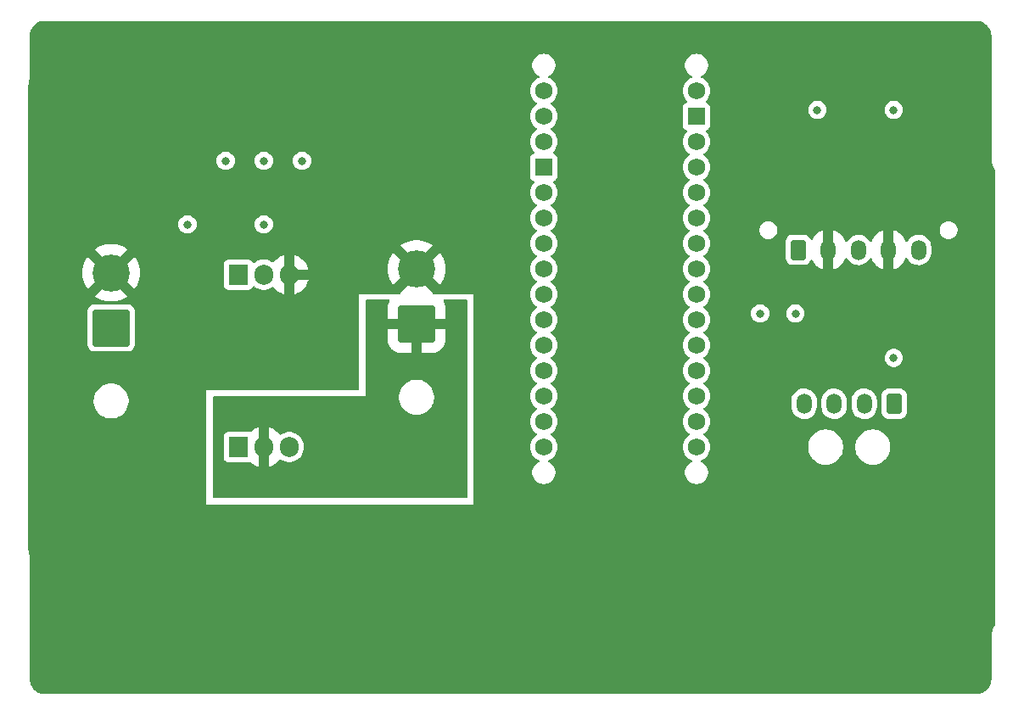
<source format=gbr>
%TF.GenerationSoftware,KiCad,Pcbnew,7.0.10*%
%TF.CreationDate,2024-02-15T22:29:50-05:00*%
%TF.ProjectId,heaterboard-2,68656174-6572-4626-9f61-72642d322e6b,2*%
%TF.SameCoordinates,Original*%
%TF.FileFunction,Copper,L3,Inr*%
%TF.FilePolarity,Positive*%
%FSLAX46Y46*%
G04 Gerber Fmt 4.6, Leading zero omitted, Abs format (unit mm)*
G04 Created by KiCad (PCBNEW 7.0.10) date 2024-02-15 22:29:50*
%MOMM*%
%LPD*%
G01*
G04 APERTURE LIST*
G04 Aperture macros list*
%AMRoundRect*
0 Rectangle with rounded corners*
0 $1 Rounding radius*
0 $2 $3 $4 $5 $6 $7 $8 $9 X,Y pos of 4 corners*
0 Add a 4 corners polygon primitive as box body*
4,1,4,$2,$3,$4,$5,$6,$7,$8,$9,$2,$3,0*
0 Add four circle primitives for the rounded corners*
1,1,$1+$1,$2,$3*
1,1,$1+$1,$4,$5*
1,1,$1+$1,$6,$7*
1,1,$1+$1,$8,$9*
0 Add four rect primitives between the rounded corners*
20,1,$1+$1,$2,$3,$4,$5,0*
20,1,$1+$1,$4,$5,$6,$7,0*
20,1,$1+$1,$6,$7,$8,$9,0*
20,1,$1+$1,$8,$9,$2,$3,0*%
G04 Aperture macros list end*
%TA.AperFunction,ComponentPad*%
%ADD10R,1.905000X2.000000*%
%TD*%
%TA.AperFunction,ComponentPad*%
%ADD11O,1.905000X2.000000*%
%TD*%
%TA.AperFunction,ComponentPad*%
%ADD12RoundRect,0.250002X1.599998X1.599998X-1.599998X1.599998X-1.599998X-1.599998X1.599998X-1.599998X0*%
%TD*%
%TA.AperFunction,ComponentPad*%
%ADD13C,3.700000*%
%TD*%
%TA.AperFunction,ComponentPad*%
%ADD14C,1.727200*%
%TD*%
%TA.AperFunction,ComponentPad*%
%ADD15R,1.727200X1.727200*%
%TD*%
%TA.AperFunction,ComponentPad*%
%ADD16RoundRect,0.250001X-0.499999X-0.759999X0.499999X-0.759999X0.499999X0.759999X-0.499999X0.759999X0*%
%TD*%
%TA.AperFunction,ComponentPad*%
%ADD17O,1.500000X2.020000*%
%TD*%
%TA.AperFunction,ComponentPad*%
%ADD18RoundRect,0.250001X0.499999X0.759999X-0.499999X0.759999X-0.499999X-0.759999X0.499999X-0.759999X0*%
%TD*%
%TA.AperFunction,ViaPad*%
%ADD19C,0.800000*%
%TD*%
G04 APERTURE END LIST*
D10*
%TO.N,/D9*%
%TO.C,Q1*%
X99060000Y-99060000D03*
D11*
%TO.N,Net-(J2-Pin_1)*%
X101600000Y-99060000D03*
%TO.N,GND*%
X104140000Y-99060000D03*
%TD*%
D12*
%TO.N,GND*%
%TO.C,J1*%
X86360000Y-87165000D03*
D13*
%TO.N,+12V*%
X86360000Y-81665000D03*
%TD*%
D10*
%TO.N,Net-(U1-ADJ)*%
%TO.C,U1*%
X99060000Y-81845000D03*
D11*
%TO.N,+9V*%
X101600000Y-81845000D03*
%TO.N,+12V*%
X104140000Y-81845000D03*
%TD*%
D14*
%TO.N,+3V3*%
%TO.C,A1*%
X144780000Y-96520000D03*
%TO.N,+5V*%
X144780000Y-71120000D03*
%TO.N,/A0*%
X144780000Y-91440000D03*
%TO.N,/A1*%
X144780000Y-88900000D03*
%TO.N,/A2*%
X144780000Y-86360000D03*
%TO.N,/A3*%
X144780000Y-83820000D03*
%TO.N,/A4*%
X144780000Y-81280000D03*
%TO.N,/A5*%
X144780000Y-78740000D03*
%TO.N,/A6*%
X144780000Y-76200000D03*
%TO.N,/A7*%
X144780000Y-73660000D03*
%TO.N,/AREF*%
X144780000Y-93980000D03*
%TO.N,/D0*%
X129540000Y-66040000D03*
%TO.N,/D1*%
X129540000Y-63500000D03*
%TO.N,/D2*%
X129540000Y-73660000D03*
%TO.N,/D3*%
X129540000Y-76200000D03*
%TO.N,/D4*%
X129540000Y-78740000D03*
%TO.N,/D5*%
X129540000Y-81280000D03*
%TO.N,/D6*%
X129540000Y-83820000D03*
%TO.N,/D7*%
X129540000Y-86360000D03*
%TO.N,/D8*%
X129540000Y-88900000D03*
%TO.N,/D9*%
X129540000Y-91440000D03*
%TO.N,/D10*%
X129540000Y-93980000D03*
%TO.N,/D11*%
X129540000Y-96520000D03*
%TO.N,/D12*%
X129540000Y-99060000D03*
%TO.N,/D13*%
X144780000Y-99060000D03*
D15*
%TO.N,GND*%
X129540000Y-71120000D03*
X144780000Y-66040000D03*
D14*
%TO.N,unconnected-(A1-RESET-PadRST1)*%
X129540000Y-68580000D03*
%TO.N,unconnected-(A1-RESET-PadRST2)*%
X144780000Y-68580000D03*
%TO.N,+9V*%
X144780000Y-63500000D03*
%TD*%
D16*
%TO.N,unconnected-(J4-Pin_1-Pad1)*%
%TO.C,J4*%
X154940000Y-79375000D03*
D17*
%TO.N,+12V*%
X157940000Y-79375000D03*
%TO.N,Net-(J4-Pin_3)*%
X160940000Y-79375000D03*
%TO.N,+12V*%
X163940000Y-79375000D03*
%TO.N,GND*%
X166940000Y-79375000D03*
%TD*%
D12*
%TO.N,Net-(J2-Pin_1)*%
%TO.C,J2*%
X116840000Y-86780000D03*
D13*
%TO.N,+12V*%
X116840000Y-81280000D03*
%TD*%
D18*
%TO.N,+5V*%
%TO.C,J3*%
X164520000Y-94740000D03*
D17*
%TO.N,GND*%
X161520000Y-94740000D03*
%TO.N,/A5*%
X158520000Y-94740000D03*
%TO.N,/A4*%
X155520000Y-94740000D03*
%TD*%
D19*
%TO.N,GND*%
X164465000Y-65405000D03*
X105410000Y-70485000D03*
X101600000Y-70485000D03*
X156845000Y-65405000D03*
X97790000Y-70485000D03*
%TO.N,+9V*%
X93980000Y-76835000D03*
X101600000Y-76835000D03*
%TO.N,+12V*%
X105410000Y-77470000D03*
X151130000Y-72390000D03*
%TO.N,+5V*%
X164465000Y-90170000D03*
X154658322Y-85725000D03*
X154658322Y-85725000D03*
X151130000Y-85725000D03*
%TD*%
%TA.AperFunction,Conductor*%
%TO.N,+12V*%
G36*
X172724487Y-56528821D02*
G01*
X172768071Y-56531938D01*
X172923281Y-56543038D01*
X172941054Y-56545593D01*
X173131411Y-56587003D01*
X173148633Y-56592060D01*
X173331152Y-56660136D01*
X173347501Y-56667603D01*
X173518458Y-56760952D01*
X173533582Y-56770672D01*
X173689513Y-56887401D01*
X173703099Y-56899174D01*
X173840825Y-57036900D01*
X173852598Y-57050486D01*
X173969327Y-57206417D01*
X173979047Y-57221541D01*
X174072396Y-57392498D01*
X174079864Y-57408850D01*
X174147937Y-57591359D01*
X174152998Y-57608597D01*
X174194403Y-57798933D01*
X174196961Y-57816721D01*
X174211179Y-58015511D01*
X174211500Y-58024500D01*
X174211500Y-70271739D01*
X174248079Y-70572992D01*
X174248081Y-70573002D01*
X174320704Y-70867647D01*
X174428316Y-71151398D01*
X174428323Y-71151414D01*
X174569347Y-71420111D01*
X174569353Y-71420121D01*
X174602695Y-71468424D01*
X174624932Y-71535848D01*
X174625000Y-71540001D01*
X174625000Y-104140000D01*
X122555000Y-104140000D01*
X122555000Y-99060000D01*
X128163198Y-99060000D01*
X128181977Y-99286621D01*
X128237795Y-99507043D01*
X128237798Y-99507050D01*
X128329138Y-99715284D01*
X128387910Y-99805242D01*
X128453510Y-99905649D01*
X128607517Y-100072946D01*
X128786961Y-100212612D01*
X128786963Y-100212613D01*
X128786966Y-100212615D01*
X128959902Y-100306204D01*
X128986945Y-100320839D01*
X128986951Y-100320841D01*
X129022310Y-100332980D01*
X129080246Y-100374016D01*
X129106798Y-100439861D01*
X129093537Y-100509608D01*
X129044673Y-100561114D01*
X129037563Y-100564943D01*
X128931745Y-100617634D01*
X128931744Y-100617635D01*
X128761591Y-100746129D01*
X128617946Y-100903699D01*
X128617945Y-100903701D01*
X128505705Y-101084974D01*
X128505703Y-101084979D01*
X128428679Y-101283800D01*
X128428679Y-101283802D01*
X128389500Y-101493390D01*
X128389500Y-101706610D01*
X128428679Y-101916198D01*
X128505702Y-102115019D01*
X128505703Y-102115020D01*
X128505705Y-102115025D01*
X128617945Y-102296298D01*
X128617946Y-102296300D01*
X128617948Y-102296302D01*
X128761593Y-102453872D01*
X128931745Y-102582366D01*
X129122611Y-102677405D01*
X129327690Y-102735756D01*
X129486806Y-102750500D01*
X129486813Y-102750500D01*
X129593187Y-102750500D01*
X129593194Y-102750500D01*
X129752310Y-102735756D01*
X129957389Y-102677405D01*
X130148255Y-102582366D01*
X130318407Y-102453872D01*
X130462052Y-102296302D01*
X130574298Y-102115019D01*
X130651321Y-101916198D01*
X130690500Y-101706610D01*
X130690500Y-101493390D01*
X130651321Y-101283802D01*
X130574298Y-101084981D01*
X130462052Y-100903698D01*
X130318407Y-100746128D01*
X130148255Y-100617634D01*
X130042435Y-100564942D01*
X129990374Y-100516675D01*
X129972671Y-100447921D01*
X129994950Y-100380510D01*
X130050137Y-100335846D01*
X130057670Y-100332986D01*
X130093055Y-100320839D01*
X130293039Y-100212612D01*
X130472483Y-100072946D01*
X130626490Y-99905649D01*
X130750861Y-99715285D01*
X130842203Y-99507047D01*
X130898024Y-99286614D01*
X130916802Y-99060000D01*
X143403198Y-99060000D01*
X143421977Y-99286621D01*
X143477795Y-99507043D01*
X143477798Y-99507050D01*
X143569138Y-99715284D01*
X143627910Y-99805242D01*
X143693510Y-99905649D01*
X143847517Y-100072946D01*
X144026961Y-100212612D01*
X144026963Y-100212613D01*
X144026966Y-100212615D01*
X144199902Y-100306204D01*
X144226945Y-100320839D01*
X144226951Y-100320841D01*
X144262310Y-100332980D01*
X144320246Y-100374016D01*
X144346798Y-100439861D01*
X144333537Y-100509608D01*
X144284673Y-100561114D01*
X144277563Y-100564943D01*
X144171745Y-100617634D01*
X144171744Y-100617635D01*
X144001591Y-100746129D01*
X143857946Y-100903699D01*
X143857945Y-100903701D01*
X143745705Y-101084974D01*
X143745703Y-101084979D01*
X143668679Y-101283800D01*
X143668679Y-101283802D01*
X143629500Y-101493390D01*
X143629500Y-101706610D01*
X143668679Y-101916198D01*
X143745702Y-102115019D01*
X143745703Y-102115020D01*
X143745705Y-102115025D01*
X143857945Y-102296298D01*
X143857946Y-102296300D01*
X143857948Y-102296302D01*
X144001593Y-102453872D01*
X144171745Y-102582366D01*
X144362611Y-102677405D01*
X144567690Y-102735756D01*
X144726806Y-102750500D01*
X144726813Y-102750500D01*
X144833187Y-102750500D01*
X144833194Y-102750500D01*
X144992310Y-102735756D01*
X145197389Y-102677405D01*
X145388255Y-102582366D01*
X145558407Y-102453872D01*
X145702052Y-102296302D01*
X145814298Y-102115019D01*
X145891321Y-101916198D01*
X145930500Y-101706610D01*
X145930500Y-101493390D01*
X145891321Y-101283802D01*
X145814298Y-101084981D01*
X145702052Y-100903698D01*
X145558407Y-100746128D01*
X145388255Y-100617634D01*
X145282435Y-100564942D01*
X145230374Y-100516675D01*
X145212671Y-100447921D01*
X145234950Y-100380510D01*
X145290137Y-100335846D01*
X145297670Y-100332986D01*
X145333055Y-100320839D01*
X145533039Y-100212612D01*
X145712483Y-100072946D01*
X145866490Y-99905649D01*
X145990861Y-99715285D01*
X146082203Y-99507047D01*
X146138024Y-99286614D01*
X146145932Y-99191182D01*
X155919500Y-99191182D01*
X155941224Y-99335311D01*
X155958604Y-99450619D01*
X156035933Y-99701314D01*
X156035938Y-99701327D01*
X156149773Y-99937706D01*
X156149777Y-99937713D01*
X156266313Y-100108638D01*
X156297567Y-100154479D01*
X156476019Y-100346805D01*
X156681143Y-100510386D01*
X156681146Y-100510388D01*
X156908352Y-100641566D01*
X156908356Y-100641567D01*
X156908357Y-100641568D01*
X157152584Y-100737420D01*
X157408370Y-100795802D01*
X157604506Y-100810500D01*
X157604507Y-100810500D01*
X157735493Y-100810500D01*
X157735494Y-100810500D01*
X157931630Y-100795802D01*
X158187416Y-100737420D01*
X158431643Y-100641568D01*
X158431645Y-100641566D01*
X158431647Y-100641566D01*
X158545250Y-100575977D01*
X158658857Y-100510386D01*
X158863981Y-100346805D01*
X159042433Y-100154479D01*
X159190228Y-99937704D01*
X159304063Y-99701323D01*
X159363989Y-99507047D01*
X159381395Y-99450619D01*
X159381396Y-99450615D01*
X159420500Y-99191182D01*
X160619500Y-99191182D01*
X160641224Y-99335311D01*
X160658604Y-99450619D01*
X160735933Y-99701314D01*
X160735938Y-99701327D01*
X160849773Y-99937706D01*
X160849777Y-99937713D01*
X160966313Y-100108638D01*
X160997567Y-100154479D01*
X161176019Y-100346805D01*
X161381143Y-100510386D01*
X161381146Y-100510388D01*
X161608352Y-100641566D01*
X161608356Y-100641567D01*
X161608357Y-100641568D01*
X161852584Y-100737420D01*
X162108370Y-100795802D01*
X162304506Y-100810500D01*
X162304507Y-100810500D01*
X162435493Y-100810500D01*
X162435494Y-100810500D01*
X162631630Y-100795802D01*
X162887416Y-100737420D01*
X163131643Y-100641568D01*
X163131645Y-100641566D01*
X163131647Y-100641566D01*
X163245250Y-100575977D01*
X163358857Y-100510386D01*
X163563981Y-100346805D01*
X163742433Y-100154479D01*
X163890228Y-99937704D01*
X164004063Y-99701323D01*
X164063989Y-99507047D01*
X164081395Y-99450619D01*
X164081396Y-99450615D01*
X164120500Y-99191182D01*
X164120500Y-98928818D01*
X164081396Y-98669385D01*
X164081395Y-98669383D01*
X164081395Y-98669380D01*
X164004066Y-98418685D01*
X164004061Y-98418672D01*
X163905666Y-98214354D01*
X163890228Y-98182296D01*
X163890226Y-98182293D01*
X163890222Y-98182286D01*
X163742437Y-97965527D01*
X163742433Y-97965521D01*
X163563981Y-97773195D01*
X163358857Y-97609614D01*
X163358852Y-97609611D01*
X163358853Y-97609611D01*
X163131647Y-97478433D01*
X163131639Y-97478430D01*
X162887419Y-97382581D01*
X162887417Y-97382580D01*
X162631633Y-97324198D01*
X162484528Y-97313174D01*
X162435494Y-97309500D01*
X162304506Y-97309500D01*
X162265278Y-97312439D01*
X162108366Y-97324198D01*
X161852582Y-97382580D01*
X161852580Y-97382581D01*
X161608360Y-97478430D01*
X161608352Y-97478433D01*
X161381146Y-97609611D01*
X161176018Y-97773195D01*
X160997566Y-97965522D01*
X160997562Y-97965527D01*
X160849777Y-98182286D01*
X160849773Y-98182293D01*
X160735938Y-98418672D01*
X160735933Y-98418685D01*
X160658604Y-98669380D01*
X160643257Y-98771203D01*
X160619500Y-98928818D01*
X160619500Y-99191182D01*
X159420500Y-99191182D01*
X159420500Y-98928818D01*
X159381396Y-98669385D01*
X159381395Y-98669383D01*
X159381395Y-98669380D01*
X159304066Y-98418685D01*
X159304061Y-98418672D01*
X159205666Y-98214354D01*
X159190228Y-98182296D01*
X159190226Y-98182293D01*
X159190222Y-98182286D01*
X159042437Y-97965527D01*
X159042433Y-97965521D01*
X158863981Y-97773195D01*
X158658857Y-97609614D01*
X158658852Y-97609611D01*
X158658853Y-97609611D01*
X158431647Y-97478433D01*
X158431639Y-97478430D01*
X158187419Y-97382581D01*
X158187417Y-97382580D01*
X157931633Y-97324198D01*
X157784528Y-97313174D01*
X157735494Y-97309500D01*
X157604506Y-97309500D01*
X157565278Y-97312439D01*
X157408366Y-97324198D01*
X157152582Y-97382580D01*
X157152580Y-97382581D01*
X156908360Y-97478430D01*
X156908352Y-97478433D01*
X156681146Y-97609611D01*
X156476018Y-97773195D01*
X156297566Y-97965522D01*
X156297562Y-97965527D01*
X156149777Y-98182286D01*
X156149773Y-98182293D01*
X156035938Y-98418672D01*
X156035933Y-98418685D01*
X155958604Y-98669380D01*
X155943257Y-98771203D01*
X155919500Y-98928818D01*
X155919500Y-99191182D01*
X146145932Y-99191182D01*
X146156802Y-99060000D01*
X146138024Y-98833386D01*
X146122277Y-98771203D01*
X146082204Y-98612956D01*
X146082201Y-98612949D01*
X145990861Y-98404715D01*
X145866492Y-98214354D01*
X145866491Y-98214353D01*
X145866490Y-98214351D01*
X145712483Y-98047054D01*
X145533039Y-97907388D01*
X145533038Y-97907387D01*
X145528198Y-97904768D01*
X145520890Y-97900813D01*
X145470500Y-97850803D01*
X145455147Y-97781486D01*
X145479706Y-97714873D01*
X145520889Y-97679186D01*
X145533039Y-97672612D01*
X145712483Y-97532946D01*
X145866490Y-97365649D01*
X145990861Y-97175285D01*
X146082203Y-96967047D01*
X146138024Y-96746614D01*
X146156802Y-96520000D01*
X146138024Y-96293386D01*
X146114579Y-96200802D01*
X146082204Y-96072956D01*
X146082201Y-96072949D01*
X146074134Y-96054559D01*
X145990861Y-95864715D01*
X145866490Y-95674351D01*
X145712483Y-95507054D01*
X145533039Y-95367388D01*
X145533038Y-95367387D01*
X145528198Y-95364768D01*
X145520890Y-95360813D01*
X145470500Y-95310803D01*
X145455147Y-95241486D01*
X145479706Y-95174873D01*
X145520889Y-95139186D01*
X145533039Y-95132612D01*
X145630805Y-95056518D01*
X154261500Y-95056518D01*
X154276718Y-95225623D01*
X154336984Y-95443990D01*
X154435271Y-95648086D01*
X154435275Y-95648093D01*
X154568429Y-95831363D01*
X154568430Y-95831364D01*
X154732166Y-95987912D01*
X154900501Y-96099029D01*
X154921226Y-96112709D01*
X155129530Y-96201743D01*
X155350385Y-96252151D01*
X155576691Y-96262315D01*
X155801175Y-96231906D01*
X156016621Y-96161903D01*
X156216106Y-96054556D01*
X156393218Y-95913314D01*
X156542263Y-95742718D01*
X156658453Y-95548250D01*
X156738051Y-95336161D01*
X156742653Y-95310803D01*
X156778500Y-95113270D01*
X156778500Y-95056518D01*
X157261500Y-95056518D01*
X157276718Y-95225623D01*
X157336984Y-95443990D01*
X157435271Y-95648086D01*
X157435275Y-95648093D01*
X157568429Y-95831363D01*
X157568430Y-95831364D01*
X157732166Y-95987912D01*
X157900501Y-96099029D01*
X157921226Y-96112709D01*
X158129530Y-96201743D01*
X158350385Y-96252151D01*
X158576691Y-96262315D01*
X158801175Y-96231906D01*
X159016621Y-96161903D01*
X159216106Y-96054556D01*
X159393218Y-95913314D01*
X159542263Y-95742718D01*
X159658453Y-95548250D01*
X159738051Y-95336161D01*
X159742653Y-95310803D01*
X159778500Y-95113270D01*
X159778500Y-95056518D01*
X160261500Y-95056518D01*
X160276718Y-95225623D01*
X160336984Y-95443990D01*
X160435271Y-95648086D01*
X160435275Y-95648093D01*
X160568429Y-95831363D01*
X160568430Y-95831364D01*
X160732166Y-95987912D01*
X160900501Y-96099029D01*
X160921226Y-96112709D01*
X161129530Y-96201743D01*
X161350385Y-96252151D01*
X161576691Y-96262315D01*
X161801175Y-96231906D01*
X162016621Y-96161903D01*
X162216106Y-96054556D01*
X162393218Y-95913314D01*
X162542263Y-95742718D01*
X162657078Y-95550552D01*
X163261499Y-95550552D01*
X163272112Y-95654421D01*
X163272112Y-95654423D01*
X163272113Y-95654425D01*
X163327885Y-95822738D01*
X163385033Y-95915388D01*
X163420970Y-95973651D01*
X163420975Y-95973657D01*
X163546342Y-96099024D01*
X163546348Y-96099029D01*
X163546349Y-96099030D01*
X163697262Y-96192115D01*
X163865575Y-96247887D01*
X163893906Y-96250781D01*
X163969448Y-96258500D01*
X163969456Y-96258500D01*
X165070552Y-96258500D01*
X165139798Y-96251424D01*
X165174425Y-96247887D01*
X165342738Y-96192115D01*
X165493651Y-96099030D01*
X165619030Y-95973651D01*
X165712115Y-95822738D01*
X165767887Y-95654425D01*
X165771424Y-95619798D01*
X165778500Y-95550552D01*
X165778500Y-93929447D01*
X165770540Y-93851545D01*
X165767887Y-93825575D01*
X165712115Y-93657262D01*
X165619030Y-93506349D01*
X165619029Y-93506348D01*
X165619024Y-93506342D01*
X165493657Y-93380975D01*
X165493651Y-93380970D01*
X165435335Y-93345000D01*
X165342738Y-93287885D01*
X165174425Y-93232113D01*
X165174423Y-93232112D01*
X165174421Y-93232112D01*
X165070552Y-93221500D01*
X165070544Y-93221500D01*
X163969456Y-93221500D01*
X163969448Y-93221500D01*
X163865578Y-93232112D01*
X163697262Y-93287885D01*
X163697260Y-93287886D01*
X163546348Y-93380970D01*
X163546342Y-93380975D01*
X163420975Y-93506342D01*
X163420970Y-93506348D01*
X163327886Y-93657260D01*
X163327885Y-93657262D01*
X163272112Y-93825578D01*
X163261500Y-93929447D01*
X163261500Y-95550552D01*
X163261499Y-95550552D01*
X162657078Y-95550552D01*
X162658453Y-95548250D01*
X162738051Y-95336161D01*
X162742653Y-95310803D01*
X162778500Y-95113270D01*
X162778500Y-94423484D01*
X162778500Y-94423478D01*
X162763281Y-94254378D01*
X162763281Y-94254376D01*
X162703015Y-94036009D01*
X162604728Y-93831913D01*
X162604724Y-93831906D01*
X162600127Y-93825578D01*
X162471571Y-93648637D01*
X162350578Y-93532956D01*
X162307833Y-93492087D01*
X162118778Y-93367293D01*
X162118770Y-93367289D01*
X161910470Y-93278257D01*
X161910468Y-93278256D01*
X161689615Y-93227849D01*
X161463313Y-93217685D01*
X161463312Y-93217685D01*
X161463309Y-93217685D01*
X161356807Y-93232112D01*
X161238821Y-93248094D01*
X161023373Y-93318099D01*
X160823899Y-93425440D01*
X160823892Y-93425444D01*
X160646780Y-93566687D01*
X160497737Y-93737280D01*
X160381550Y-93931743D01*
X160381548Y-93931747D01*
X160301947Y-94143843D01*
X160261500Y-94366729D01*
X160261500Y-95056518D01*
X159778500Y-95056518D01*
X159778500Y-94423484D01*
X159778500Y-94423478D01*
X159763281Y-94254378D01*
X159763281Y-94254376D01*
X159703015Y-94036009D01*
X159604728Y-93831913D01*
X159604724Y-93831906D01*
X159600127Y-93825578D01*
X159471571Y-93648637D01*
X159350578Y-93532956D01*
X159307833Y-93492087D01*
X159118778Y-93367293D01*
X159118770Y-93367289D01*
X158910470Y-93278257D01*
X158910468Y-93278256D01*
X158689615Y-93227849D01*
X158463313Y-93217685D01*
X158463312Y-93217685D01*
X158463309Y-93217685D01*
X158356807Y-93232112D01*
X158238821Y-93248094D01*
X158023373Y-93318099D01*
X157823899Y-93425440D01*
X157823892Y-93425444D01*
X157646780Y-93566687D01*
X157497737Y-93737280D01*
X157381550Y-93931743D01*
X157381548Y-93931747D01*
X157301947Y-94143843D01*
X157261500Y-94366729D01*
X157261500Y-95056518D01*
X156778500Y-95056518D01*
X156778500Y-94423484D01*
X156778500Y-94423478D01*
X156763281Y-94254378D01*
X156763281Y-94254376D01*
X156703015Y-94036009D01*
X156604728Y-93831913D01*
X156604724Y-93831906D01*
X156600127Y-93825578D01*
X156471571Y-93648637D01*
X156350578Y-93532956D01*
X156307833Y-93492087D01*
X156118778Y-93367293D01*
X156118770Y-93367289D01*
X155910470Y-93278257D01*
X155910468Y-93278256D01*
X155689615Y-93227849D01*
X155463313Y-93217685D01*
X155463312Y-93217685D01*
X155463309Y-93217685D01*
X155356807Y-93232112D01*
X155238821Y-93248094D01*
X155023373Y-93318099D01*
X154823899Y-93425440D01*
X154823892Y-93425444D01*
X154646780Y-93566687D01*
X154497737Y-93737280D01*
X154381550Y-93931743D01*
X154381548Y-93931747D01*
X154301947Y-94143843D01*
X154261500Y-94366729D01*
X154261500Y-95056518D01*
X145630805Y-95056518D01*
X145712483Y-94992946D01*
X145866490Y-94825649D01*
X145990861Y-94635285D01*
X146082203Y-94427047D01*
X146138024Y-94206614D01*
X146156802Y-93980000D01*
X146138024Y-93753386D01*
X146111498Y-93648635D01*
X146082204Y-93532956D01*
X146082201Y-93532949D01*
X146040849Y-93438677D01*
X145990861Y-93324715D01*
X145866490Y-93134351D01*
X145712483Y-92967054D01*
X145533039Y-92827388D01*
X145533038Y-92827387D01*
X145528198Y-92824768D01*
X145520890Y-92820813D01*
X145470500Y-92770803D01*
X145455147Y-92701486D01*
X145479706Y-92634873D01*
X145520889Y-92599186D01*
X145533039Y-92592612D01*
X145712483Y-92452946D01*
X145866490Y-92285649D01*
X145990861Y-92095285D01*
X146082203Y-91887047D01*
X146138024Y-91666614D01*
X146156802Y-91440000D01*
X146138024Y-91213386D01*
X146138022Y-91213378D01*
X146082204Y-90992956D01*
X146082201Y-90992949D01*
X145990861Y-90784715D01*
X145866492Y-90594354D01*
X145866491Y-90594353D01*
X145866490Y-90594351D01*
X145712483Y-90427054D01*
X145533039Y-90287388D01*
X145533038Y-90287387D01*
X145528198Y-90284768D01*
X145520890Y-90280813D01*
X145470500Y-90230803D01*
X145457033Y-90170000D01*
X163551496Y-90170000D01*
X163571457Y-90359927D01*
X163593269Y-90427054D01*
X163630473Y-90541556D01*
X163630476Y-90541561D01*
X163725958Y-90706941D01*
X163725965Y-90706951D01*
X163853744Y-90848864D01*
X163853747Y-90848866D01*
X164008248Y-90961118D01*
X164182712Y-91038794D01*
X164369513Y-91078500D01*
X164560487Y-91078500D01*
X164747288Y-91038794D01*
X164921752Y-90961118D01*
X165076253Y-90848866D01*
X165204040Y-90706944D01*
X165299527Y-90541556D01*
X165358542Y-90359928D01*
X165378504Y-90170000D01*
X165358542Y-89980072D01*
X165299527Y-89798444D01*
X165204040Y-89633056D01*
X165204038Y-89633054D01*
X165204034Y-89633048D01*
X165076255Y-89491135D01*
X164921752Y-89378882D01*
X164747288Y-89301206D01*
X164560487Y-89261500D01*
X164369513Y-89261500D01*
X164182711Y-89301206D01*
X164008247Y-89378882D01*
X163853744Y-89491135D01*
X163725965Y-89633048D01*
X163725958Y-89633058D01*
X163630476Y-89798438D01*
X163630473Y-89798445D01*
X163571457Y-89980072D01*
X163551496Y-90170000D01*
X145457033Y-90170000D01*
X145455147Y-90161486D01*
X145479706Y-90094873D01*
X145520889Y-90059186D01*
X145533039Y-90052612D01*
X145712483Y-89912946D01*
X145866490Y-89745649D01*
X145990861Y-89555285D01*
X146082203Y-89347047D01*
X146138024Y-89126614D01*
X146156802Y-88900000D01*
X146138024Y-88673386D01*
X146138022Y-88673378D01*
X146082204Y-88452956D01*
X146082201Y-88452949D01*
X145990861Y-88244715D01*
X145866492Y-88054354D01*
X145866491Y-88054353D01*
X145866490Y-88054351D01*
X145712483Y-87887054D01*
X145533039Y-87747388D01*
X145533038Y-87747387D01*
X145528198Y-87744768D01*
X145520890Y-87740813D01*
X145470500Y-87690803D01*
X145455147Y-87621486D01*
X145479706Y-87554873D01*
X145520889Y-87519186D01*
X145533039Y-87512612D01*
X145712483Y-87372946D01*
X145866490Y-87205649D01*
X145990861Y-87015285D01*
X146082203Y-86807047D01*
X146138024Y-86586614D01*
X146156802Y-86360000D01*
X146138024Y-86133386D01*
X146082203Y-85912953D01*
X145999759Y-85725000D01*
X150216496Y-85725000D01*
X150236457Y-85914927D01*
X150266526Y-86007470D01*
X150295473Y-86096556D01*
X150295476Y-86096561D01*
X150390958Y-86261941D01*
X150390965Y-86261951D01*
X150518744Y-86403864D01*
X150518747Y-86403866D01*
X150673248Y-86516118D01*
X150847712Y-86593794D01*
X151034513Y-86633500D01*
X151225487Y-86633500D01*
X151412288Y-86593794D01*
X151586752Y-86516118D01*
X151741253Y-86403866D01*
X151869040Y-86261944D01*
X151964527Y-86096556D01*
X152023542Y-85914928D01*
X152043504Y-85725000D01*
X153744818Y-85725000D01*
X153764779Y-85914927D01*
X153794848Y-86007470D01*
X153823795Y-86096556D01*
X153823798Y-86096561D01*
X153919280Y-86261941D01*
X153919287Y-86261951D01*
X154047066Y-86403864D01*
X154047069Y-86403866D01*
X154201570Y-86516118D01*
X154376034Y-86593794D01*
X154562835Y-86633500D01*
X154753809Y-86633500D01*
X154940610Y-86593794D01*
X155115074Y-86516118D01*
X155269575Y-86403866D01*
X155397362Y-86261944D01*
X155492849Y-86096556D01*
X155551864Y-85914928D01*
X155571826Y-85725000D01*
X155551864Y-85535072D01*
X155492849Y-85353444D01*
X155397362Y-85188056D01*
X155397360Y-85188054D01*
X155397356Y-85188048D01*
X155269577Y-85046135D01*
X155115074Y-84933882D01*
X154940610Y-84856206D01*
X154753809Y-84816500D01*
X154562835Y-84816500D01*
X154376033Y-84856206D01*
X154201569Y-84933882D01*
X154047066Y-85046135D01*
X153919287Y-85188048D01*
X153919280Y-85188058D01*
X153823798Y-85353438D01*
X153823795Y-85353445D01*
X153764779Y-85535072D01*
X153744818Y-85725000D01*
X152043504Y-85725000D01*
X152023542Y-85535072D01*
X151964527Y-85353444D01*
X151869040Y-85188056D01*
X151869038Y-85188054D01*
X151869034Y-85188048D01*
X151741255Y-85046135D01*
X151586752Y-84933882D01*
X151412288Y-84856206D01*
X151225487Y-84816500D01*
X151034513Y-84816500D01*
X150847711Y-84856206D01*
X150673247Y-84933882D01*
X150518744Y-85046135D01*
X150390965Y-85188048D01*
X150390958Y-85188058D01*
X150295476Y-85353438D01*
X150295473Y-85353445D01*
X150236457Y-85535072D01*
X150216496Y-85725000D01*
X145999759Y-85725000D01*
X145990861Y-85704715D01*
X145866490Y-85514351D01*
X145718366Y-85353445D01*
X145712485Y-85347056D01*
X145712484Y-85347055D01*
X145712483Y-85347054D01*
X145533039Y-85207388D01*
X145533038Y-85207387D01*
X145528198Y-85204768D01*
X145520890Y-85200813D01*
X145470500Y-85150803D01*
X145455147Y-85081486D01*
X145479706Y-85014873D01*
X145520889Y-84979186D01*
X145533039Y-84972612D01*
X145712483Y-84832946D01*
X145866490Y-84665649D01*
X145990861Y-84475285D01*
X146082203Y-84267047D01*
X146138024Y-84046614D01*
X146156802Y-83820000D01*
X146138024Y-83593386D01*
X146082203Y-83372953D01*
X145990861Y-83164715D01*
X145866490Y-82974351D01*
X145712483Y-82807054D01*
X145533039Y-82667388D01*
X145533038Y-82667387D01*
X145528198Y-82664768D01*
X145520890Y-82660813D01*
X145470500Y-82610803D01*
X145455147Y-82541486D01*
X145479706Y-82474873D01*
X145520889Y-82439186D01*
X145533039Y-82432612D01*
X145712483Y-82292946D01*
X145866490Y-82125649D01*
X145990861Y-81935285D01*
X146082203Y-81727047D01*
X146138024Y-81506614D01*
X146156802Y-81280000D01*
X146138024Y-81053386D01*
X146124594Y-81000353D01*
X146082204Y-80832956D01*
X146082201Y-80832949D01*
X146079820Y-80827522D01*
X145990861Y-80624715D01*
X145986431Y-80617935D01*
X145866492Y-80434354D01*
X145866491Y-80434353D01*
X145866490Y-80434351D01*
X145712483Y-80267054D01*
X145607769Y-80185552D01*
X153681499Y-80185552D01*
X153692112Y-80289421D01*
X153692112Y-80289423D01*
X153692113Y-80289425D01*
X153747885Y-80457738D01*
X153813907Y-80564776D01*
X153840970Y-80608651D01*
X153840975Y-80608657D01*
X153966342Y-80734024D01*
X153966348Y-80734029D01*
X153966349Y-80734030D01*
X154117262Y-80827115D01*
X154285575Y-80882887D01*
X154313906Y-80885781D01*
X154389448Y-80893500D01*
X154389456Y-80893500D01*
X155490552Y-80893500D01*
X155559798Y-80886424D01*
X155594425Y-80882887D01*
X155762738Y-80827115D01*
X155913651Y-80734030D01*
X156039030Y-80608651D01*
X156132115Y-80457738D01*
X156132650Y-80456120D01*
X156133316Y-80455158D01*
X156135215Y-80451088D01*
X156135910Y-80451412D01*
X156173055Y-80397749D01*
X156238608Y-80370485D01*
X156308495Y-80382991D01*
X156360526Y-80431295D01*
X156361376Y-80432744D01*
X156476768Y-80632609D01*
X156641801Y-80839553D01*
X156835830Y-81019586D01*
X156835835Y-81019590D01*
X157054514Y-81168683D01*
X157054522Y-81168687D01*
X157292995Y-81283531D01*
X157293007Y-81283536D01*
X157432000Y-81326409D01*
X157432000Y-79455138D01*
X157471318Y-79589040D01*
X157550605Y-79712413D01*
X157661438Y-79808451D01*
X157794839Y-79869373D01*
X157903527Y-79885000D01*
X157976473Y-79885000D01*
X158085161Y-79869373D01*
X158218562Y-79808451D01*
X158329395Y-79712413D01*
X158408682Y-79589040D01*
X158448000Y-79455138D01*
X158448000Y-81326408D01*
X158586992Y-81283536D01*
X158587004Y-81283531D01*
X158825477Y-81168687D01*
X158825485Y-81168683D01*
X159044164Y-81019590D01*
X159044169Y-81019586D01*
X159238198Y-80839553D01*
X159403231Y-80632609D01*
X159535574Y-80403384D01*
X159535576Y-80403380D01*
X159599632Y-80240168D01*
X159643138Y-80184064D01*
X159710071Y-80160387D01*
X159779178Y-80176656D01*
X159828520Y-80227704D01*
X159830444Y-80231532D01*
X159855271Y-80283086D01*
X159855275Y-80283093D01*
X159988429Y-80466363D01*
X159988430Y-80466364D01*
X160152166Y-80622912D01*
X160320501Y-80734029D01*
X160341226Y-80747709D01*
X160549530Y-80836743D01*
X160770385Y-80887151D01*
X160996691Y-80897315D01*
X161221175Y-80866906D01*
X161436621Y-80796903D01*
X161636106Y-80689556D01*
X161813218Y-80548314D01*
X161962263Y-80377718D01*
X162055168Y-80222221D01*
X162107278Y-80174003D01*
X162177184Y-80161612D01*
X162242693Y-80188982D01*
X162280622Y-80240815D01*
X162344423Y-80403380D01*
X162344425Y-80403384D01*
X162476768Y-80632609D01*
X162641801Y-80839553D01*
X162835830Y-81019586D01*
X162835835Y-81019590D01*
X163054514Y-81168683D01*
X163054522Y-81168687D01*
X163292995Y-81283531D01*
X163293007Y-81283536D01*
X163432000Y-81326409D01*
X163432000Y-79455138D01*
X163471318Y-79589040D01*
X163550605Y-79712413D01*
X163661438Y-79808451D01*
X163794839Y-79869373D01*
X163903527Y-79885000D01*
X163976473Y-79885000D01*
X164085161Y-79869373D01*
X164218562Y-79808451D01*
X164329395Y-79712413D01*
X164408682Y-79589040D01*
X164448000Y-79455138D01*
X164448000Y-81326408D01*
X164586992Y-81283536D01*
X164587004Y-81283531D01*
X164825477Y-81168687D01*
X164825485Y-81168683D01*
X165044164Y-81019590D01*
X165044169Y-81019586D01*
X165238198Y-80839553D01*
X165403231Y-80632609D01*
X165535574Y-80403384D01*
X165535576Y-80403380D01*
X165599632Y-80240168D01*
X165643138Y-80184064D01*
X165710071Y-80160387D01*
X165779178Y-80176656D01*
X165828520Y-80227704D01*
X165830444Y-80231532D01*
X165855271Y-80283086D01*
X165855275Y-80283093D01*
X165988429Y-80466363D01*
X165988430Y-80466364D01*
X166152166Y-80622912D01*
X166320501Y-80734029D01*
X166341226Y-80747709D01*
X166549530Y-80836743D01*
X166770385Y-80887151D01*
X166996691Y-80897315D01*
X167221175Y-80866906D01*
X167436621Y-80796903D01*
X167636106Y-80689556D01*
X167813218Y-80548314D01*
X167962263Y-80377718D01*
X168078453Y-80183250D01*
X168158051Y-79971161D01*
X168172305Y-79892615D01*
X168198500Y-79748270D01*
X168198500Y-79058484D01*
X168198500Y-79058478D01*
X168183281Y-78889378D01*
X168183281Y-78889376D01*
X168123015Y-78671009D01*
X168024728Y-78466913D01*
X168024724Y-78466906D01*
X168020127Y-78460578D01*
X167891571Y-78283637D01*
X167742742Y-78141342D01*
X167727833Y-78127087D01*
X167538778Y-78002293D01*
X167538770Y-78002289D01*
X167330470Y-77913257D01*
X167330468Y-77913256D01*
X167109615Y-77862849D01*
X166883313Y-77852685D01*
X166883312Y-77852685D01*
X166883309Y-77852685D01*
X166776807Y-77867112D01*
X166658821Y-77883094D01*
X166443373Y-77953099D01*
X166243899Y-78060440D01*
X166243892Y-78060444D01*
X166066780Y-78201687D01*
X165917737Y-78372280D01*
X165824831Y-78527777D01*
X165772721Y-78575996D01*
X165702814Y-78588387D01*
X165637305Y-78561017D01*
X165599377Y-78509183D01*
X165535578Y-78346623D01*
X165535574Y-78346615D01*
X165403231Y-78117390D01*
X165238198Y-77910446D01*
X165044169Y-77730413D01*
X165044164Y-77730409D01*
X164825485Y-77581316D01*
X164825477Y-77581312D01*
X164673390Y-77508070D01*
X169054500Y-77508070D01*
X169093200Y-77690142D01*
X169168912Y-77860193D01*
X169278321Y-78010781D01*
X169416648Y-78135331D01*
X169416650Y-78135332D01*
X169427072Y-78141349D01*
X169577851Y-78228401D01*
X169577853Y-78228401D01*
X169577856Y-78228403D01*
X169754878Y-78285921D01*
X169791796Y-78289801D01*
X169893589Y-78300500D01*
X169893592Y-78300500D01*
X169986408Y-78300500D01*
X169986411Y-78300500D01*
X170106661Y-78287861D01*
X170125121Y-78285921D01*
X170302143Y-78228403D01*
X170302143Y-78228402D01*
X170302149Y-78228401D01*
X170463351Y-78135331D01*
X170472507Y-78127087D01*
X170601678Y-78010781D01*
X170601678Y-78010780D01*
X170601680Y-78010779D01*
X170711090Y-77860189D01*
X170786800Y-77690142D01*
X170825500Y-77508070D01*
X170825500Y-77321930D01*
X170786800Y-77139858D01*
X170711090Y-76969811D01*
X170711088Y-76969808D01*
X170711087Y-76969806D01*
X170601678Y-76819218D01*
X170463351Y-76694668D01*
X170463349Y-76694667D01*
X170302151Y-76601600D01*
X170302143Y-76601596D01*
X170125121Y-76544078D01*
X169986414Y-76529500D01*
X169986411Y-76529500D01*
X169893589Y-76529500D01*
X169893585Y-76529500D01*
X169754878Y-76544078D01*
X169577856Y-76601596D01*
X169577848Y-76601600D01*
X169416650Y-76694667D01*
X169416648Y-76694668D01*
X169278321Y-76819218D01*
X169168912Y-76969806D01*
X169093200Y-77139857D01*
X169077665Y-77212946D01*
X169054500Y-77321930D01*
X169054500Y-77508070D01*
X164673390Y-77508070D01*
X164587004Y-77466468D01*
X164448000Y-77423590D01*
X164448000Y-79294861D01*
X164408682Y-79160960D01*
X164329395Y-79037587D01*
X164218562Y-78941549D01*
X164085161Y-78880627D01*
X163976473Y-78865000D01*
X163903527Y-78865000D01*
X163794839Y-78880627D01*
X163661438Y-78941549D01*
X163550605Y-79037587D01*
X163471318Y-79160960D01*
X163432000Y-79294861D01*
X163432000Y-77423590D01*
X163431999Y-77423590D01*
X163292995Y-77466468D01*
X163054522Y-77581312D01*
X163054514Y-77581316D01*
X162835835Y-77730409D01*
X162835830Y-77730413D01*
X162641801Y-77910446D01*
X162476768Y-78117390D01*
X162344425Y-78346615D01*
X162280367Y-78509832D01*
X162236860Y-78565936D01*
X162169927Y-78589612D01*
X162100820Y-78573343D01*
X162051479Y-78522294D01*
X162049555Y-78518466D01*
X162024730Y-78466917D01*
X162024724Y-78466906D01*
X162020127Y-78460578D01*
X161891571Y-78283637D01*
X161742742Y-78141342D01*
X161727833Y-78127087D01*
X161538778Y-78002293D01*
X161538770Y-78002289D01*
X161330470Y-77913257D01*
X161330468Y-77913256D01*
X161109615Y-77862849D01*
X160883313Y-77852685D01*
X160883312Y-77852685D01*
X160883309Y-77852685D01*
X160776807Y-77867112D01*
X160658821Y-77883094D01*
X160443373Y-77953099D01*
X160243899Y-78060440D01*
X160243892Y-78060444D01*
X160066780Y-78201687D01*
X159917737Y-78372280D01*
X159824831Y-78527777D01*
X159772721Y-78575996D01*
X159702814Y-78588387D01*
X159637305Y-78561017D01*
X159599377Y-78509183D01*
X159535578Y-78346623D01*
X159535574Y-78346615D01*
X159403231Y-78117390D01*
X159238198Y-77910446D01*
X159044169Y-77730413D01*
X159044164Y-77730409D01*
X158825485Y-77581316D01*
X158825477Y-77581312D01*
X158587004Y-77466468D01*
X158448000Y-77423590D01*
X158448000Y-79294861D01*
X158408682Y-79160960D01*
X158329395Y-79037587D01*
X158218562Y-78941549D01*
X158085161Y-78880627D01*
X157976473Y-78865000D01*
X157903527Y-78865000D01*
X157794839Y-78880627D01*
X157661438Y-78941549D01*
X157550605Y-79037587D01*
X157471318Y-79160960D01*
X157432000Y-79294861D01*
X157432000Y-77423590D01*
X157431999Y-77423590D01*
X157292995Y-77466468D01*
X157054522Y-77581312D01*
X157054514Y-77581316D01*
X156835835Y-77730409D01*
X156835830Y-77730413D01*
X156641801Y-77910446D01*
X156476768Y-78117390D01*
X156361376Y-78317255D01*
X156309993Y-78366248D01*
X156240280Y-78379684D01*
X156174369Y-78353297D01*
X156135535Y-78298762D01*
X156135215Y-78298912D01*
X156134405Y-78297176D01*
X156133187Y-78295465D01*
X156132714Y-78294071D01*
X156132115Y-78292262D01*
X156039030Y-78141349D01*
X156039029Y-78141348D01*
X156039024Y-78141342D01*
X155913657Y-78015975D01*
X155913651Y-78015970D01*
X155811722Y-77953099D01*
X155762738Y-77922885D01*
X155594425Y-77867113D01*
X155594423Y-77867112D01*
X155594421Y-77867112D01*
X155490552Y-77856500D01*
X155490544Y-77856500D01*
X154389456Y-77856500D01*
X154389448Y-77856500D01*
X154285578Y-77867112D01*
X154117262Y-77922885D01*
X154117260Y-77922886D01*
X153966348Y-78015970D01*
X153966342Y-78015975D01*
X153840975Y-78141342D01*
X153840970Y-78141348D01*
X153747886Y-78292260D01*
X153747885Y-78292262D01*
X153692112Y-78460578D01*
X153681500Y-78564447D01*
X153681500Y-80185552D01*
X153681499Y-80185552D01*
X145607769Y-80185552D01*
X145533039Y-80127388D01*
X145533038Y-80127387D01*
X145528198Y-80124768D01*
X145520890Y-80120813D01*
X145470500Y-80070803D01*
X145455147Y-80001486D01*
X145479706Y-79934873D01*
X145520889Y-79899186D01*
X145533039Y-79892612D01*
X145712483Y-79752946D01*
X145866490Y-79585649D01*
X145990861Y-79395285D01*
X146082203Y-79187047D01*
X146138024Y-78966614D01*
X146156802Y-78740000D01*
X146138024Y-78513386D01*
X146136960Y-78509183D01*
X146082204Y-78292956D01*
X146082201Y-78292949D01*
X146081898Y-78292259D01*
X145990861Y-78084715D01*
X145866490Y-77894351D01*
X145715575Y-77730413D01*
X145712485Y-77727056D01*
X145712484Y-77727055D01*
X145712483Y-77727054D01*
X145533039Y-77587388D01*
X145533038Y-77587387D01*
X145528198Y-77584768D01*
X145520890Y-77580813D01*
X145470500Y-77530803D01*
X145465465Y-77508070D01*
X151054500Y-77508070D01*
X151093200Y-77690142D01*
X151168912Y-77860193D01*
X151278321Y-78010781D01*
X151416648Y-78135331D01*
X151416650Y-78135332D01*
X151427072Y-78141349D01*
X151577851Y-78228401D01*
X151577853Y-78228401D01*
X151577856Y-78228403D01*
X151754878Y-78285921D01*
X151791796Y-78289801D01*
X151893589Y-78300500D01*
X151893592Y-78300500D01*
X151986408Y-78300500D01*
X151986411Y-78300500D01*
X152106661Y-78287861D01*
X152125121Y-78285921D01*
X152302143Y-78228403D01*
X152302143Y-78228402D01*
X152302149Y-78228401D01*
X152463351Y-78135331D01*
X152472507Y-78127087D01*
X152601678Y-78010781D01*
X152601678Y-78010780D01*
X152601680Y-78010779D01*
X152711090Y-77860189D01*
X152786800Y-77690142D01*
X152825500Y-77508070D01*
X152825500Y-77321930D01*
X152786800Y-77139858D01*
X152711090Y-76969811D01*
X152711088Y-76969808D01*
X152711087Y-76969806D01*
X152601678Y-76819218D01*
X152463351Y-76694668D01*
X152463349Y-76694667D01*
X152302151Y-76601600D01*
X152302143Y-76601596D01*
X152125121Y-76544078D01*
X151986414Y-76529500D01*
X151986411Y-76529500D01*
X151893589Y-76529500D01*
X151893585Y-76529500D01*
X151754878Y-76544078D01*
X151577856Y-76601596D01*
X151577848Y-76601600D01*
X151416650Y-76694667D01*
X151416648Y-76694668D01*
X151278321Y-76819218D01*
X151168912Y-76969806D01*
X151093200Y-77139857D01*
X151077665Y-77212946D01*
X151054500Y-77321930D01*
X151054500Y-77508070D01*
X145465465Y-77508070D01*
X145455147Y-77461486D01*
X145479706Y-77394873D01*
X145520889Y-77359186D01*
X145533039Y-77352612D01*
X145712483Y-77212946D01*
X145866490Y-77045649D01*
X145990861Y-76855285D01*
X146082203Y-76647047D01*
X146138024Y-76426614D01*
X146156802Y-76200000D01*
X146138024Y-75973386D01*
X146082203Y-75752953D01*
X145990861Y-75544715D01*
X145866490Y-75354351D01*
X145712483Y-75187054D01*
X145533039Y-75047388D01*
X145533038Y-75047387D01*
X145528198Y-75044768D01*
X145520890Y-75040813D01*
X145470500Y-74990803D01*
X145455147Y-74921486D01*
X145479706Y-74854873D01*
X145520889Y-74819186D01*
X145533039Y-74812612D01*
X145712483Y-74672946D01*
X145866490Y-74505649D01*
X145990861Y-74315285D01*
X146082203Y-74107047D01*
X146138024Y-73886614D01*
X146156802Y-73660000D01*
X146138024Y-73433386D01*
X146082203Y-73212953D01*
X145990861Y-73004715D01*
X145866490Y-72814351D01*
X145712483Y-72647054D01*
X145533039Y-72507388D01*
X145533038Y-72507387D01*
X145528198Y-72504768D01*
X145520890Y-72500813D01*
X145470500Y-72450803D01*
X145455147Y-72381486D01*
X145479706Y-72314873D01*
X145520889Y-72279186D01*
X145533039Y-72272612D01*
X145712483Y-72132946D01*
X145866490Y-71965649D01*
X145990861Y-71775285D01*
X146082203Y-71567047D01*
X146138024Y-71346614D01*
X146156802Y-71120000D01*
X146138024Y-70893386D01*
X146082203Y-70672953D01*
X145990861Y-70464715D01*
X145866490Y-70274351D01*
X145718366Y-70113445D01*
X145712485Y-70107056D01*
X145712484Y-70107055D01*
X145712483Y-70107054D01*
X145533039Y-69967388D01*
X145533038Y-69967387D01*
X145528198Y-69964768D01*
X145520890Y-69960813D01*
X145470500Y-69910803D01*
X145455147Y-69841486D01*
X145479706Y-69774873D01*
X145520889Y-69739186D01*
X145533039Y-69732612D01*
X145712483Y-69592946D01*
X145866490Y-69425649D01*
X145990861Y-69235285D01*
X146082203Y-69027047D01*
X146138024Y-68806614D01*
X146156802Y-68580000D01*
X146138024Y-68353386D01*
X146082203Y-68132953D01*
X145990861Y-67924715D01*
X145866490Y-67734351D01*
X145739080Y-67595946D01*
X145707660Y-67532281D01*
X145715647Y-67461735D01*
X145760506Y-67406706D01*
X145787742Y-67392556D01*
X145889804Y-67354489D01*
X146006861Y-67266861D01*
X146094489Y-67149804D01*
X146145589Y-67012801D01*
X146152100Y-66952238D01*
X146152100Y-65405000D01*
X155931496Y-65405000D01*
X155951457Y-65594927D01*
X155981526Y-65687470D01*
X156010473Y-65776556D01*
X156010476Y-65776561D01*
X156105958Y-65941941D01*
X156105965Y-65941951D01*
X156233744Y-66083864D01*
X156233747Y-66083866D01*
X156388248Y-66196118D01*
X156562712Y-66273794D01*
X156749513Y-66313500D01*
X156940487Y-66313500D01*
X157127288Y-66273794D01*
X157301752Y-66196118D01*
X157456253Y-66083866D01*
X157584040Y-65941944D01*
X157679527Y-65776556D01*
X157738542Y-65594928D01*
X157758504Y-65405000D01*
X163551496Y-65405000D01*
X163571457Y-65594927D01*
X163601526Y-65687470D01*
X163630473Y-65776556D01*
X163630476Y-65776561D01*
X163725958Y-65941941D01*
X163725965Y-65941951D01*
X163853744Y-66083864D01*
X163853747Y-66083866D01*
X164008248Y-66196118D01*
X164182712Y-66273794D01*
X164369513Y-66313500D01*
X164560487Y-66313500D01*
X164747288Y-66273794D01*
X164921752Y-66196118D01*
X165076253Y-66083866D01*
X165204040Y-65941944D01*
X165299527Y-65776556D01*
X165358542Y-65594928D01*
X165378504Y-65405000D01*
X165358542Y-65215072D01*
X165299527Y-65033444D01*
X165204040Y-64868056D01*
X165204038Y-64868054D01*
X165204034Y-64868048D01*
X165076255Y-64726135D01*
X164921752Y-64613882D01*
X164747288Y-64536206D01*
X164560487Y-64496500D01*
X164369513Y-64496500D01*
X164182711Y-64536206D01*
X164008247Y-64613882D01*
X163853744Y-64726135D01*
X163725965Y-64868048D01*
X163725958Y-64868058D01*
X163630476Y-65033438D01*
X163630473Y-65033445D01*
X163571457Y-65215072D01*
X163551496Y-65405000D01*
X157758504Y-65405000D01*
X157738542Y-65215072D01*
X157679527Y-65033444D01*
X157584040Y-64868056D01*
X157584038Y-64868054D01*
X157584034Y-64868048D01*
X157456255Y-64726135D01*
X157301752Y-64613882D01*
X157127288Y-64536206D01*
X156940487Y-64496500D01*
X156749513Y-64496500D01*
X156562711Y-64536206D01*
X156388247Y-64613882D01*
X156233744Y-64726135D01*
X156105965Y-64868048D01*
X156105958Y-64868058D01*
X156010476Y-65033438D01*
X156010473Y-65033445D01*
X155951457Y-65215072D01*
X155931496Y-65405000D01*
X146152100Y-65405000D01*
X146152100Y-65127762D01*
X146152099Y-65127750D01*
X146145590Y-65067203D01*
X146145588Y-65067195D01*
X146094489Y-64930197D01*
X146094487Y-64930192D01*
X146006861Y-64813138D01*
X145889807Y-64725512D01*
X145889804Y-64725511D01*
X145787748Y-64687445D01*
X145730913Y-64644898D01*
X145706103Y-64578377D01*
X145721195Y-64509003D01*
X145739081Y-64484053D01*
X145866490Y-64345649D01*
X145885682Y-64316274D01*
X145990861Y-64155285D01*
X146082203Y-63947047D01*
X146138024Y-63726614D01*
X146156802Y-63500000D01*
X146138024Y-63273386D01*
X146082203Y-63052953D01*
X145990861Y-62844715D01*
X145866490Y-62654351D01*
X145712483Y-62487054D01*
X145533039Y-62347388D01*
X145533033Y-62347384D01*
X145333058Y-62239162D01*
X145333055Y-62239161D01*
X145297687Y-62227019D01*
X145239752Y-62185981D01*
X145213201Y-62120136D01*
X145226463Y-62050389D01*
X145275328Y-61998884D01*
X145282411Y-61995069D01*
X145388255Y-61942366D01*
X145558407Y-61813872D01*
X145702052Y-61656302D01*
X145814298Y-61475019D01*
X145891321Y-61276198D01*
X145930500Y-61066610D01*
X145930500Y-60853390D01*
X145891321Y-60643802D01*
X145814298Y-60444981D01*
X145702052Y-60263698D01*
X145558407Y-60106128D01*
X145388255Y-59977634D01*
X145197389Y-59882595D01*
X145197386Y-59882594D01*
X145197384Y-59882593D01*
X144992311Y-59824244D01*
X144972420Y-59822401D01*
X144833194Y-59809500D01*
X144726806Y-59809500D01*
X144603049Y-59820967D01*
X144567688Y-59824244D01*
X144362615Y-59882593D01*
X144362611Y-59882595D01*
X144171745Y-59977634D01*
X144171744Y-59977635D01*
X144001591Y-60106129D01*
X143857946Y-60263699D01*
X143857945Y-60263701D01*
X143745705Y-60444974D01*
X143745703Y-60444979D01*
X143668679Y-60643800D01*
X143668679Y-60643802D01*
X143629500Y-60853390D01*
X143629500Y-61066610D01*
X143668679Y-61276198D01*
X143745702Y-61475019D01*
X143745703Y-61475020D01*
X143745705Y-61475025D01*
X143857945Y-61656298D01*
X143857946Y-61656300D01*
X143857948Y-61656302D01*
X144001593Y-61813872D01*
X144171745Y-61942366D01*
X144277562Y-61995056D01*
X144329625Y-62043324D01*
X144347328Y-62112078D01*
X144325049Y-62179488D01*
X144269862Y-62224153D01*
X144262313Y-62227018D01*
X144226952Y-62239158D01*
X144226941Y-62239162D01*
X144026966Y-62347384D01*
X144026960Y-62347388D01*
X143847514Y-62487056D01*
X143693507Y-62654354D01*
X143569138Y-62844715D01*
X143477798Y-63052949D01*
X143477795Y-63052956D01*
X143421977Y-63273378D01*
X143403198Y-63500000D01*
X143421977Y-63726621D01*
X143477795Y-63947043D01*
X143477798Y-63947050D01*
X143569138Y-64155284D01*
X143589823Y-64186945D01*
X143693510Y-64345649D01*
X143773209Y-64432226D01*
X143820919Y-64484053D01*
X143852339Y-64547718D01*
X143844352Y-64618264D01*
X143799493Y-64673293D01*
X143772251Y-64687445D01*
X143670195Y-64725511D01*
X143670192Y-64725512D01*
X143553138Y-64813138D01*
X143465512Y-64930192D01*
X143465510Y-64930197D01*
X143414411Y-65067195D01*
X143414409Y-65067203D01*
X143407900Y-65127750D01*
X143407900Y-66952249D01*
X143414409Y-67012796D01*
X143414411Y-67012804D01*
X143465510Y-67149802D01*
X143465512Y-67149807D01*
X143553138Y-67266861D01*
X143670192Y-67354487D01*
X143670194Y-67354488D01*
X143670196Y-67354489D01*
X143713935Y-67370803D01*
X143772250Y-67392554D01*
X143829086Y-67435101D01*
X143853896Y-67501621D01*
X143838804Y-67570995D01*
X143820919Y-67595946D01*
X143693507Y-67734354D01*
X143569138Y-67924715D01*
X143477798Y-68132949D01*
X143477795Y-68132956D01*
X143421977Y-68353378D01*
X143403198Y-68580000D01*
X143421977Y-68806621D01*
X143477795Y-69027043D01*
X143477798Y-69027050D01*
X143569138Y-69235284D01*
X143569139Y-69235285D01*
X143693510Y-69425649D01*
X143847517Y-69592946D01*
X144026961Y-69732612D01*
X144026963Y-69732613D01*
X144026966Y-69732615D01*
X144039110Y-69739187D01*
X144089500Y-69789200D01*
X144104852Y-69858517D01*
X144080291Y-69925130D01*
X144039110Y-69960813D01*
X144026966Y-69967384D01*
X144026960Y-69967388D01*
X143847514Y-70107056D01*
X143693507Y-70274354D01*
X143569138Y-70464715D01*
X143477798Y-70672949D01*
X143477795Y-70672956D01*
X143421977Y-70893378D01*
X143421976Y-70893384D01*
X143421976Y-70893386D01*
X143403198Y-71120000D01*
X143416134Y-71276118D01*
X143421977Y-71346621D01*
X143477795Y-71567043D01*
X143477798Y-71567050D01*
X143569138Y-71775284D01*
X143648671Y-71897019D01*
X143693510Y-71965649D01*
X143773973Y-72053055D01*
X143815585Y-72098259D01*
X143847517Y-72132946D01*
X144026961Y-72272612D01*
X144026963Y-72272613D01*
X144026966Y-72272615D01*
X144039110Y-72279187D01*
X144089500Y-72329200D01*
X144104852Y-72398517D01*
X144080291Y-72465130D01*
X144039110Y-72500813D01*
X144026966Y-72507384D01*
X144026960Y-72507388D01*
X143847514Y-72647056D01*
X143693507Y-72814354D01*
X143569138Y-73004715D01*
X143477798Y-73212949D01*
X143477795Y-73212956D01*
X143421977Y-73433378D01*
X143403198Y-73660000D01*
X143421977Y-73886621D01*
X143477795Y-74107043D01*
X143477798Y-74107050D01*
X143569138Y-74315284D01*
X143569139Y-74315285D01*
X143693510Y-74505649D01*
X143847517Y-74672946D01*
X144026961Y-74812612D01*
X144026963Y-74812613D01*
X144026966Y-74812615D01*
X144039110Y-74819187D01*
X144089500Y-74869200D01*
X144104852Y-74938517D01*
X144080291Y-75005130D01*
X144039110Y-75040813D01*
X144026966Y-75047384D01*
X144026960Y-75047388D01*
X143847514Y-75187056D01*
X143693507Y-75354354D01*
X143569138Y-75544715D01*
X143477798Y-75752949D01*
X143477795Y-75752956D01*
X143421977Y-75973378D01*
X143421976Y-75973384D01*
X143421976Y-75973386D01*
X143403198Y-76200000D01*
X143411323Y-76298058D01*
X143421977Y-76426621D01*
X143477795Y-76647043D01*
X143477798Y-76647050D01*
X143569138Y-76855284D01*
X143679971Y-77024927D01*
X143693510Y-77045649D01*
X143780234Y-77139857D01*
X143841634Y-77206556D01*
X143847517Y-77212946D01*
X144026961Y-77352612D01*
X144026963Y-77352613D01*
X144026966Y-77352615D01*
X144039110Y-77359187D01*
X144089500Y-77409200D01*
X144104852Y-77478517D01*
X144080291Y-77545130D01*
X144039110Y-77580813D01*
X144026966Y-77587384D01*
X144026960Y-77587388D01*
X143847514Y-77727056D01*
X143693507Y-77894354D01*
X143569138Y-78084715D01*
X143477798Y-78292949D01*
X143477795Y-78292956D01*
X143421977Y-78513378D01*
X143421976Y-78513384D01*
X143421976Y-78513386D01*
X143403198Y-78740000D01*
X143417678Y-78914750D01*
X143421977Y-78966621D01*
X143477795Y-79187043D01*
X143477798Y-79187050D01*
X143569138Y-79395284D01*
X143569139Y-79395285D01*
X143693510Y-79585649D01*
X143801007Y-79702422D01*
X143843209Y-79748267D01*
X143847517Y-79752946D01*
X144026961Y-79892612D01*
X144026963Y-79892613D01*
X144026966Y-79892615D01*
X144039110Y-79899187D01*
X144089500Y-79949200D01*
X144104852Y-80018517D01*
X144080291Y-80085130D01*
X144039110Y-80120813D01*
X144026966Y-80127384D01*
X144026960Y-80127388D01*
X143847514Y-80267056D01*
X143693507Y-80434354D01*
X143569138Y-80624715D01*
X143477798Y-80832949D01*
X143477795Y-80832956D01*
X143421977Y-81053378D01*
X143421976Y-81053384D01*
X143421976Y-81053386D01*
X143403198Y-81280000D01*
X143411036Y-81374594D01*
X143421977Y-81506621D01*
X143477795Y-81727043D01*
X143477798Y-81727050D01*
X143569138Y-81935284D01*
X143688171Y-82117478D01*
X143693510Y-82125649D01*
X143847517Y-82292946D01*
X144026961Y-82432612D01*
X144026963Y-82432613D01*
X144026966Y-82432615D01*
X144039110Y-82439187D01*
X144089500Y-82489200D01*
X144104852Y-82558517D01*
X144080291Y-82625130D01*
X144039110Y-82660813D01*
X144026966Y-82667384D01*
X144026960Y-82667388D01*
X143847514Y-82807056D01*
X143693507Y-82974354D01*
X143569138Y-83164715D01*
X143477798Y-83372949D01*
X143477795Y-83372956D01*
X143421977Y-83593378D01*
X143421976Y-83593384D01*
X143421976Y-83593386D01*
X143403198Y-83820000D01*
X143419717Y-84019358D01*
X143421977Y-84046621D01*
X143477795Y-84267043D01*
X143477798Y-84267050D01*
X143569138Y-84475284D01*
X143580217Y-84492242D01*
X143693510Y-84665649D01*
X143847517Y-84832946D01*
X144026961Y-84972612D01*
X144026963Y-84972613D01*
X144026966Y-84972615D01*
X144039110Y-84979187D01*
X144089500Y-85029200D01*
X144104852Y-85098517D01*
X144080291Y-85165130D01*
X144039110Y-85200813D01*
X144026966Y-85207384D01*
X144026960Y-85207388D01*
X143847514Y-85347056D01*
X143693507Y-85514354D01*
X143569138Y-85704715D01*
X143477798Y-85912949D01*
X143477795Y-85912956D01*
X143421977Y-86133378D01*
X143421976Y-86133384D01*
X143421976Y-86133386D01*
X143403198Y-86360000D01*
X143416134Y-86516118D01*
X143421977Y-86586621D01*
X143477795Y-86807043D01*
X143477798Y-86807050D01*
X143569138Y-87015284D01*
X143569139Y-87015285D01*
X143693510Y-87205649D01*
X143847517Y-87372946D01*
X144026961Y-87512612D01*
X144026963Y-87512613D01*
X144026966Y-87512615D01*
X144039110Y-87519187D01*
X144089500Y-87569200D01*
X144104852Y-87638517D01*
X144080291Y-87705130D01*
X144039110Y-87740813D01*
X144026966Y-87747384D01*
X144026960Y-87747388D01*
X143847514Y-87887056D01*
X143693507Y-88054354D01*
X143569138Y-88244715D01*
X143477798Y-88452949D01*
X143477795Y-88452956D01*
X143421977Y-88673378D01*
X143403198Y-88900000D01*
X143421977Y-89126621D01*
X143477795Y-89347043D01*
X143477798Y-89347050D01*
X143569138Y-89555284D01*
X143619950Y-89633058D01*
X143693510Y-89745649D01*
X143847517Y-89912946D01*
X144026961Y-90052612D01*
X144026963Y-90052613D01*
X144026966Y-90052615D01*
X144039110Y-90059187D01*
X144089500Y-90109200D01*
X144104852Y-90178517D01*
X144080291Y-90245130D01*
X144039110Y-90280813D01*
X144026966Y-90287384D01*
X144026960Y-90287388D01*
X143847514Y-90427056D01*
X143693507Y-90594354D01*
X143569138Y-90784715D01*
X143477798Y-90992949D01*
X143477795Y-90992956D01*
X143421977Y-91213378D01*
X143403198Y-91440000D01*
X143421977Y-91666621D01*
X143477795Y-91887043D01*
X143477798Y-91887050D01*
X143569138Y-92095284D01*
X143569139Y-92095285D01*
X143693510Y-92285649D01*
X143847517Y-92452946D01*
X144026961Y-92592612D01*
X144026963Y-92592613D01*
X144026966Y-92592615D01*
X144039110Y-92599187D01*
X144089500Y-92649200D01*
X144104852Y-92718517D01*
X144080291Y-92785130D01*
X144039110Y-92820813D01*
X144026966Y-92827384D01*
X144026960Y-92827388D01*
X143847514Y-92967056D01*
X143693507Y-93134354D01*
X143569138Y-93324715D01*
X143477798Y-93532949D01*
X143477795Y-93532956D01*
X143421977Y-93753378D01*
X143421976Y-93753384D01*
X143421976Y-93753386D01*
X143403198Y-93980000D01*
X143416774Y-94143839D01*
X143421977Y-94206621D01*
X143477795Y-94427043D01*
X143477798Y-94427050D01*
X143569138Y-94635284D01*
X143569139Y-94635285D01*
X143693510Y-94825649D01*
X143847517Y-94992946D01*
X144026961Y-95132612D01*
X144026963Y-95132613D01*
X144026966Y-95132615D01*
X144039110Y-95139187D01*
X144089500Y-95189200D01*
X144104852Y-95258517D01*
X144080291Y-95325130D01*
X144039110Y-95360813D01*
X144026966Y-95367384D01*
X144026960Y-95367388D01*
X143847514Y-95507056D01*
X143693507Y-95674354D01*
X143569138Y-95864715D01*
X143477798Y-96072949D01*
X143477795Y-96072956D01*
X143421977Y-96293378D01*
X143403198Y-96520000D01*
X143421977Y-96746621D01*
X143477795Y-96967043D01*
X143477798Y-96967050D01*
X143569138Y-97175284D01*
X143666428Y-97324198D01*
X143693510Y-97365649D01*
X143847517Y-97532946D01*
X144026961Y-97672612D01*
X144026963Y-97672613D01*
X144026966Y-97672615D01*
X144039110Y-97679187D01*
X144089500Y-97729200D01*
X144104852Y-97798517D01*
X144080291Y-97865130D01*
X144039110Y-97900813D01*
X144026966Y-97907384D01*
X144026960Y-97907388D01*
X143847514Y-98047056D01*
X143693507Y-98214354D01*
X143569138Y-98404715D01*
X143477798Y-98612949D01*
X143477795Y-98612956D01*
X143421977Y-98833378D01*
X143403198Y-99060000D01*
X130916802Y-99060000D01*
X130898024Y-98833386D01*
X130882277Y-98771203D01*
X130842204Y-98612956D01*
X130842201Y-98612949D01*
X130750861Y-98404715D01*
X130626492Y-98214354D01*
X130626491Y-98214353D01*
X130626490Y-98214351D01*
X130472483Y-98047054D01*
X130293039Y-97907388D01*
X130293038Y-97907387D01*
X130288198Y-97904768D01*
X130280890Y-97900813D01*
X130230500Y-97850803D01*
X130215147Y-97781486D01*
X130239706Y-97714873D01*
X130280889Y-97679186D01*
X130293039Y-97672612D01*
X130472483Y-97532946D01*
X130626490Y-97365649D01*
X130750861Y-97175285D01*
X130842203Y-96967047D01*
X130898024Y-96746614D01*
X130916802Y-96520000D01*
X130898024Y-96293386D01*
X130874579Y-96200802D01*
X130842204Y-96072956D01*
X130842201Y-96072949D01*
X130834134Y-96054559D01*
X130750861Y-95864715D01*
X130626490Y-95674351D01*
X130472483Y-95507054D01*
X130293039Y-95367388D01*
X130293038Y-95367387D01*
X130288198Y-95364768D01*
X130280890Y-95360813D01*
X130230500Y-95310803D01*
X130215147Y-95241486D01*
X130239706Y-95174873D01*
X130280889Y-95139186D01*
X130293039Y-95132612D01*
X130472483Y-94992946D01*
X130626490Y-94825649D01*
X130750861Y-94635285D01*
X130842203Y-94427047D01*
X130898024Y-94206614D01*
X130916802Y-93980000D01*
X130898024Y-93753386D01*
X130871498Y-93648635D01*
X130842204Y-93532956D01*
X130842201Y-93532949D01*
X130800849Y-93438677D01*
X130750861Y-93324715D01*
X130626490Y-93134351D01*
X130472483Y-92967054D01*
X130293039Y-92827388D01*
X130293038Y-92827387D01*
X130288198Y-92824768D01*
X130280890Y-92820813D01*
X130230500Y-92770803D01*
X130215147Y-92701486D01*
X130239706Y-92634873D01*
X130280889Y-92599186D01*
X130293039Y-92592612D01*
X130472483Y-92452946D01*
X130626490Y-92285649D01*
X130750861Y-92095285D01*
X130842203Y-91887047D01*
X130898024Y-91666614D01*
X130916802Y-91440000D01*
X130898024Y-91213386D01*
X130898022Y-91213378D01*
X130842204Y-90992956D01*
X130842201Y-90992949D01*
X130750861Y-90784715D01*
X130626492Y-90594354D01*
X130626491Y-90594353D01*
X130626490Y-90594351D01*
X130472483Y-90427054D01*
X130293039Y-90287388D01*
X130293038Y-90287387D01*
X130288198Y-90284768D01*
X130280890Y-90280813D01*
X130230500Y-90230803D01*
X130215147Y-90161486D01*
X130239706Y-90094873D01*
X130280889Y-90059186D01*
X130293039Y-90052612D01*
X130472483Y-89912946D01*
X130626490Y-89745649D01*
X130750861Y-89555285D01*
X130842203Y-89347047D01*
X130898024Y-89126614D01*
X130916802Y-88900000D01*
X130898024Y-88673386D01*
X130898022Y-88673378D01*
X130842204Y-88452956D01*
X130842201Y-88452949D01*
X130750861Y-88244715D01*
X130626492Y-88054354D01*
X130626491Y-88054353D01*
X130626490Y-88054351D01*
X130472483Y-87887054D01*
X130293039Y-87747388D01*
X130293038Y-87747387D01*
X130288198Y-87744768D01*
X130280890Y-87740813D01*
X130230500Y-87690803D01*
X130215147Y-87621486D01*
X130239706Y-87554873D01*
X130280889Y-87519186D01*
X130293039Y-87512612D01*
X130472483Y-87372946D01*
X130626490Y-87205649D01*
X130750861Y-87015285D01*
X130842203Y-86807047D01*
X130898024Y-86586614D01*
X130916802Y-86360000D01*
X130898024Y-86133386D01*
X130842203Y-85912953D01*
X130750861Y-85704715D01*
X130626490Y-85514351D01*
X130478366Y-85353445D01*
X130472485Y-85347056D01*
X130472484Y-85347055D01*
X130472483Y-85347054D01*
X130293039Y-85207388D01*
X130293038Y-85207387D01*
X130288198Y-85204768D01*
X130280890Y-85200813D01*
X130230500Y-85150803D01*
X130215147Y-85081486D01*
X130239706Y-85014873D01*
X130280889Y-84979186D01*
X130293039Y-84972612D01*
X130472483Y-84832946D01*
X130626490Y-84665649D01*
X130750861Y-84475285D01*
X130842203Y-84267047D01*
X130898024Y-84046614D01*
X130916802Y-83820000D01*
X130898024Y-83593386D01*
X130842203Y-83372953D01*
X130750861Y-83164715D01*
X130626490Y-82974351D01*
X130472483Y-82807054D01*
X130293039Y-82667388D01*
X130293038Y-82667387D01*
X130288198Y-82664768D01*
X130280890Y-82660813D01*
X130230500Y-82610803D01*
X130215147Y-82541486D01*
X130239706Y-82474873D01*
X130280889Y-82439186D01*
X130293039Y-82432612D01*
X130472483Y-82292946D01*
X130626490Y-82125649D01*
X130750861Y-81935285D01*
X130842203Y-81727047D01*
X130898024Y-81506614D01*
X130916802Y-81280000D01*
X130898024Y-81053386D01*
X130884594Y-81000353D01*
X130842204Y-80832956D01*
X130842201Y-80832949D01*
X130839820Y-80827522D01*
X130750861Y-80624715D01*
X130746431Y-80617935D01*
X130626492Y-80434354D01*
X130626491Y-80434353D01*
X130626490Y-80434351D01*
X130472483Y-80267054D01*
X130293039Y-80127388D01*
X130293038Y-80127387D01*
X130288198Y-80124768D01*
X130280890Y-80120813D01*
X130230500Y-80070803D01*
X130215147Y-80001486D01*
X130239706Y-79934873D01*
X130280889Y-79899186D01*
X130293039Y-79892612D01*
X130472483Y-79752946D01*
X130626490Y-79585649D01*
X130750861Y-79395285D01*
X130842203Y-79187047D01*
X130898024Y-78966614D01*
X130916802Y-78740000D01*
X130898024Y-78513386D01*
X130896960Y-78509183D01*
X130842204Y-78292956D01*
X130842201Y-78292949D01*
X130841898Y-78292259D01*
X130750861Y-78084715D01*
X130626490Y-77894351D01*
X130475575Y-77730413D01*
X130472485Y-77727056D01*
X130472484Y-77727055D01*
X130472483Y-77727054D01*
X130293039Y-77587388D01*
X130293038Y-77587387D01*
X130288198Y-77584768D01*
X130280890Y-77580813D01*
X130230500Y-77530803D01*
X130215147Y-77461486D01*
X130239706Y-77394873D01*
X130280889Y-77359186D01*
X130293039Y-77352612D01*
X130472483Y-77212946D01*
X130626490Y-77045649D01*
X130750861Y-76855285D01*
X130842203Y-76647047D01*
X130898024Y-76426614D01*
X130916802Y-76200000D01*
X130898024Y-75973386D01*
X130842203Y-75752953D01*
X130750861Y-75544715D01*
X130626490Y-75354351D01*
X130472483Y-75187054D01*
X130293039Y-75047388D01*
X130293038Y-75047387D01*
X130288198Y-75044768D01*
X130280890Y-75040813D01*
X130230500Y-74990803D01*
X130215147Y-74921486D01*
X130239706Y-74854873D01*
X130280889Y-74819186D01*
X130293039Y-74812612D01*
X130472483Y-74672946D01*
X130626490Y-74505649D01*
X130750861Y-74315285D01*
X130842203Y-74107047D01*
X130898024Y-73886614D01*
X130916802Y-73660000D01*
X130898024Y-73433386D01*
X130842203Y-73212953D01*
X130750861Y-73004715D01*
X130626490Y-72814351D01*
X130499080Y-72675946D01*
X130467660Y-72612281D01*
X130475647Y-72541735D01*
X130520506Y-72486706D01*
X130547742Y-72472556D01*
X130649804Y-72434489D01*
X130766861Y-72346861D01*
X130854489Y-72229804D01*
X130905589Y-72092801D01*
X130912100Y-72032238D01*
X130912100Y-70207762D01*
X130912099Y-70207750D01*
X130905590Y-70147203D01*
X130905588Y-70147195D01*
X130854489Y-70010197D01*
X130854487Y-70010192D01*
X130766861Y-69893138D01*
X130649807Y-69805512D01*
X130649804Y-69805511D01*
X130547748Y-69767445D01*
X130490913Y-69724898D01*
X130466103Y-69658377D01*
X130481195Y-69589003D01*
X130499081Y-69564053D01*
X130626490Y-69425649D01*
X130626493Y-69425645D01*
X130750861Y-69235285D01*
X130842203Y-69027047D01*
X130898024Y-68806614D01*
X130916802Y-68580000D01*
X130898024Y-68353386D01*
X130842203Y-68132953D01*
X130750861Y-67924715D01*
X130626490Y-67734351D01*
X130472483Y-67567054D01*
X130293039Y-67427388D01*
X130293038Y-67427387D01*
X130288198Y-67424768D01*
X130280890Y-67420813D01*
X130230500Y-67370803D01*
X130215147Y-67301486D01*
X130239706Y-67234873D01*
X130280889Y-67199186D01*
X130293039Y-67192612D01*
X130472483Y-67052946D01*
X130626490Y-66885649D01*
X130750861Y-66695285D01*
X130842203Y-66487047D01*
X130898024Y-66266614D01*
X130916802Y-66040000D01*
X130898024Y-65813386D01*
X130842203Y-65592953D01*
X130750861Y-65384715D01*
X130626490Y-65194351D01*
X130478366Y-65033445D01*
X130472485Y-65027056D01*
X130472484Y-65027055D01*
X130472483Y-65027054D01*
X130293039Y-64887388D01*
X130293038Y-64887387D01*
X130288198Y-64884768D01*
X130280890Y-64880813D01*
X130230500Y-64830803D01*
X130215147Y-64761486D01*
X130239706Y-64694873D01*
X130280889Y-64659186D01*
X130293039Y-64652612D01*
X130472483Y-64512946D01*
X130626490Y-64345649D01*
X130750861Y-64155285D01*
X130842203Y-63947047D01*
X130898024Y-63726614D01*
X130916802Y-63500000D01*
X130898024Y-63273386D01*
X130842203Y-63052953D01*
X130750861Y-62844715D01*
X130626490Y-62654351D01*
X130472483Y-62487054D01*
X130293039Y-62347388D01*
X130293033Y-62347384D01*
X130093058Y-62239162D01*
X130093055Y-62239161D01*
X130057687Y-62227019D01*
X129999752Y-62185981D01*
X129973201Y-62120136D01*
X129986463Y-62050389D01*
X130035328Y-61998884D01*
X130042411Y-61995069D01*
X130148255Y-61942366D01*
X130318407Y-61813872D01*
X130462052Y-61656302D01*
X130574298Y-61475019D01*
X130651321Y-61276198D01*
X130690500Y-61066610D01*
X130690500Y-60853390D01*
X130651321Y-60643802D01*
X130574298Y-60444981D01*
X130462052Y-60263698D01*
X130318407Y-60106128D01*
X130148255Y-59977634D01*
X129957389Y-59882595D01*
X129957386Y-59882594D01*
X129957384Y-59882593D01*
X129752311Y-59824244D01*
X129732420Y-59822401D01*
X129593194Y-59809500D01*
X129486806Y-59809500D01*
X129363049Y-59820967D01*
X129327688Y-59824244D01*
X129122615Y-59882593D01*
X129122611Y-59882595D01*
X128931745Y-59977634D01*
X128931744Y-59977635D01*
X128761591Y-60106129D01*
X128617946Y-60263699D01*
X128617945Y-60263701D01*
X128505705Y-60444974D01*
X128505703Y-60444979D01*
X128428679Y-60643800D01*
X128428679Y-60643802D01*
X128389500Y-60853390D01*
X128389500Y-61066610D01*
X128428679Y-61276198D01*
X128505702Y-61475019D01*
X128505703Y-61475020D01*
X128505705Y-61475025D01*
X128617945Y-61656298D01*
X128617946Y-61656300D01*
X128617948Y-61656302D01*
X128761593Y-61813872D01*
X128931745Y-61942366D01*
X129037562Y-61995056D01*
X129089625Y-62043324D01*
X129107328Y-62112078D01*
X129085049Y-62179488D01*
X129029862Y-62224153D01*
X129022313Y-62227018D01*
X128986952Y-62239158D01*
X128986941Y-62239162D01*
X128786966Y-62347384D01*
X128786960Y-62347388D01*
X128607514Y-62487056D01*
X128453507Y-62654354D01*
X128329138Y-62844715D01*
X128237798Y-63052949D01*
X128237795Y-63052956D01*
X128181977Y-63273378D01*
X128163198Y-63500000D01*
X128181977Y-63726621D01*
X128237795Y-63947043D01*
X128237798Y-63947050D01*
X128329138Y-64155284D01*
X128349823Y-64186945D01*
X128453510Y-64345649D01*
X128607517Y-64512946D01*
X128786961Y-64652612D01*
X128786963Y-64652613D01*
X128786966Y-64652615D01*
X128799110Y-64659187D01*
X128849500Y-64709200D01*
X128864852Y-64778517D01*
X128840291Y-64845130D01*
X128799110Y-64880813D01*
X128786966Y-64887384D01*
X128786960Y-64887388D01*
X128607514Y-65027056D01*
X128453507Y-65194354D01*
X128329138Y-65384715D01*
X128237798Y-65592949D01*
X128237795Y-65592956D01*
X128181977Y-65813378D01*
X128181976Y-65813384D01*
X128181976Y-65813386D01*
X128163198Y-66040000D01*
X128176134Y-66196118D01*
X128181977Y-66266621D01*
X128237795Y-66487043D01*
X128237798Y-66487050D01*
X128329138Y-66695284D01*
X128329139Y-66695285D01*
X128453510Y-66885649D01*
X128607517Y-67052946D01*
X128786961Y-67192612D01*
X128786963Y-67192613D01*
X128786966Y-67192615D01*
X128799110Y-67199187D01*
X128849500Y-67249200D01*
X128864852Y-67318517D01*
X128840291Y-67385130D01*
X128799110Y-67420813D01*
X128786966Y-67427384D01*
X128786960Y-67427388D01*
X128607514Y-67567056D01*
X128453507Y-67734354D01*
X128329138Y-67924715D01*
X128237798Y-68132949D01*
X128237795Y-68132956D01*
X128181977Y-68353378D01*
X128163198Y-68580000D01*
X128181977Y-68806621D01*
X128237795Y-69027043D01*
X128237798Y-69027050D01*
X128329138Y-69235284D01*
X128329139Y-69235285D01*
X128453510Y-69425649D01*
X128547032Y-69527241D01*
X128580919Y-69564053D01*
X128612339Y-69627718D01*
X128604352Y-69698264D01*
X128559493Y-69753293D01*
X128532251Y-69767445D01*
X128430195Y-69805511D01*
X128430192Y-69805512D01*
X128313138Y-69893138D01*
X128225512Y-70010192D01*
X128225510Y-70010197D01*
X128174411Y-70147195D01*
X128174409Y-70147203D01*
X128167900Y-70207750D01*
X128167900Y-72032249D01*
X128174409Y-72092796D01*
X128174411Y-72092804D01*
X128225510Y-72229802D01*
X128225512Y-72229807D01*
X128313138Y-72346861D01*
X128430192Y-72434487D01*
X128430194Y-72434488D01*
X128430196Y-72434489D01*
X128473935Y-72450803D01*
X128532250Y-72472554D01*
X128589086Y-72515101D01*
X128613896Y-72581621D01*
X128598804Y-72650995D01*
X128580919Y-72675946D01*
X128453507Y-72814354D01*
X128329138Y-73004715D01*
X128237798Y-73212949D01*
X128237795Y-73212956D01*
X128181977Y-73433378D01*
X128163198Y-73660000D01*
X128181977Y-73886621D01*
X128237795Y-74107043D01*
X128237798Y-74107050D01*
X128329138Y-74315284D01*
X128329139Y-74315285D01*
X128453510Y-74505649D01*
X128607517Y-74672946D01*
X128786961Y-74812612D01*
X128786963Y-74812613D01*
X128786966Y-74812615D01*
X128799110Y-74819187D01*
X128849500Y-74869200D01*
X128864852Y-74938517D01*
X128840291Y-75005130D01*
X128799110Y-75040813D01*
X128786966Y-75047384D01*
X128786960Y-75047388D01*
X128607514Y-75187056D01*
X128453507Y-75354354D01*
X128329138Y-75544715D01*
X128237798Y-75752949D01*
X128237795Y-75752956D01*
X128181977Y-75973378D01*
X128181976Y-75973384D01*
X128181976Y-75973386D01*
X128163198Y-76200000D01*
X128171323Y-76298058D01*
X128181977Y-76426621D01*
X128237795Y-76647043D01*
X128237798Y-76647050D01*
X128329138Y-76855284D01*
X128439971Y-77024927D01*
X128453510Y-77045649D01*
X128540234Y-77139857D01*
X128601634Y-77206556D01*
X128607517Y-77212946D01*
X128786961Y-77352612D01*
X128786963Y-77352613D01*
X128786966Y-77352615D01*
X128799110Y-77359187D01*
X128849500Y-77409200D01*
X128864852Y-77478517D01*
X128840291Y-77545130D01*
X128799110Y-77580813D01*
X128786966Y-77587384D01*
X128786960Y-77587388D01*
X128607514Y-77727056D01*
X128453507Y-77894354D01*
X128329138Y-78084715D01*
X128237798Y-78292949D01*
X128237795Y-78292956D01*
X128181977Y-78513378D01*
X128181976Y-78513384D01*
X128181976Y-78513386D01*
X128163198Y-78740000D01*
X128177678Y-78914750D01*
X128181977Y-78966621D01*
X128237795Y-79187043D01*
X128237798Y-79187050D01*
X128329138Y-79395284D01*
X128329139Y-79395285D01*
X128453510Y-79585649D01*
X128561007Y-79702422D01*
X128603209Y-79748267D01*
X128607517Y-79752946D01*
X128786961Y-79892612D01*
X128786963Y-79892613D01*
X128786966Y-79892615D01*
X128799110Y-79899187D01*
X128849500Y-79949200D01*
X128864852Y-80018517D01*
X128840291Y-80085130D01*
X128799110Y-80120813D01*
X128786966Y-80127384D01*
X128786960Y-80127388D01*
X128607514Y-80267056D01*
X128453507Y-80434354D01*
X128329138Y-80624715D01*
X128237798Y-80832949D01*
X128237795Y-80832956D01*
X128181977Y-81053378D01*
X128181976Y-81053384D01*
X128181976Y-81053386D01*
X128163198Y-81280000D01*
X128171036Y-81374594D01*
X128181977Y-81506621D01*
X128237795Y-81727043D01*
X128237798Y-81727050D01*
X128329138Y-81935284D01*
X128448171Y-82117478D01*
X128453510Y-82125649D01*
X128607517Y-82292946D01*
X128786961Y-82432612D01*
X128786963Y-82432613D01*
X128786966Y-82432615D01*
X128799110Y-82439187D01*
X128849500Y-82489200D01*
X128864852Y-82558517D01*
X128840291Y-82625130D01*
X128799110Y-82660813D01*
X128786966Y-82667384D01*
X128786960Y-82667388D01*
X128607514Y-82807056D01*
X128453507Y-82974354D01*
X128329138Y-83164715D01*
X128237798Y-83372949D01*
X128237795Y-83372956D01*
X128181977Y-83593378D01*
X128181976Y-83593384D01*
X128181976Y-83593386D01*
X128163198Y-83820000D01*
X128179717Y-84019358D01*
X128181977Y-84046621D01*
X128237795Y-84267043D01*
X128237798Y-84267050D01*
X128329138Y-84475284D01*
X128340217Y-84492242D01*
X128453510Y-84665649D01*
X128607517Y-84832946D01*
X128786961Y-84972612D01*
X128786963Y-84972613D01*
X128786966Y-84972615D01*
X128799110Y-84979187D01*
X128849500Y-85029200D01*
X128864852Y-85098517D01*
X128840291Y-85165130D01*
X128799110Y-85200813D01*
X128786966Y-85207384D01*
X128786960Y-85207388D01*
X128607514Y-85347056D01*
X128453507Y-85514354D01*
X128329138Y-85704715D01*
X128237798Y-85912949D01*
X128237795Y-85912956D01*
X128181977Y-86133378D01*
X128181976Y-86133384D01*
X128181976Y-86133386D01*
X128163198Y-86360000D01*
X128176134Y-86516118D01*
X128181977Y-86586621D01*
X128237795Y-86807043D01*
X128237798Y-86807050D01*
X128329138Y-87015284D01*
X128329139Y-87015285D01*
X128453510Y-87205649D01*
X128607517Y-87372946D01*
X128786961Y-87512612D01*
X128786963Y-87512613D01*
X128786966Y-87512615D01*
X128799110Y-87519187D01*
X128849500Y-87569200D01*
X128864852Y-87638517D01*
X128840291Y-87705130D01*
X128799110Y-87740813D01*
X128786966Y-87747384D01*
X128786960Y-87747388D01*
X128607514Y-87887056D01*
X128453507Y-88054354D01*
X128329138Y-88244715D01*
X128237798Y-88452949D01*
X128237795Y-88452956D01*
X128181977Y-88673378D01*
X128163198Y-88900000D01*
X128181977Y-89126621D01*
X128237795Y-89347043D01*
X128237798Y-89347050D01*
X128329138Y-89555284D01*
X128379950Y-89633058D01*
X128453510Y-89745649D01*
X128607517Y-89912946D01*
X128786961Y-90052612D01*
X128786963Y-90052613D01*
X128786966Y-90052615D01*
X128799110Y-90059187D01*
X128849500Y-90109200D01*
X128864852Y-90178517D01*
X128840291Y-90245130D01*
X128799110Y-90280813D01*
X128786966Y-90287384D01*
X128786960Y-90287388D01*
X128607514Y-90427056D01*
X128453507Y-90594354D01*
X128329138Y-90784715D01*
X128237798Y-90992949D01*
X128237795Y-90992956D01*
X128181977Y-91213378D01*
X128163198Y-91440000D01*
X128181977Y-91666621D01*
X128237795Y-91887043D01*
X128237798Y-91887050D01*
X128329138Y-92095284D01*
X128329139Y-92095285D01*
X128453510Y-92285649D01*
X128607517Y-92452946D01*
X128786961Y-92592612D01*
X128786963Y-92592613D01*
X128786966Y-92592615D01*
X128799110Y-92599187D01*
X128849500Y-92649200D01*
X128864852Y-92718517D01*
X128840291Y-92785130D01*
X128799110Y-92820813D01*
X128786966Y-92827384D01*
X128786960Y-92827388D01*
X128607514Y-92967056D01*
X128453507Y-93134354D01*
X128329138Y-93324715D01*
X128237798Y-93532949D01*
X128237795Y-93532956D01*
X128181977Y-93753378D01*
X128181976Y-93753384D01*
X128181976Y-93753386D01*
X128163198Y-93980000D01*
X128176774Y-94143839D01*
X128181977Y-94206621D01*
X128237795Y-94427043D01*
X128237798Y-94427050D01*
X128329138Y-94635284D01*
X128329139Y-94635285D01*
X128453510Y-94825649D01*
X128607517Y-94992946D01*
X128786961Y-95132612D01*
X128786963Y-95132613D01*
X128786966Y-95132615D01*
X128799110Y-95139187D01*
X128849500Y-95189200D01*
X128864852Y-95258517D01*
X128840291Y-95325130D01*
X128799110Y-95360813D01*
X128786966Y-95367384D01*
X128786960Y-95367388D01*
X128607514Y-95507056D01*
X128453507Y-95674354D01*
X128329138Y-95864715D01*
X128237798Y-96072949D01*
X128237795Y-96072956D01*
X128181977Y-96293378D01*
X128163198Y-96520000D01*
X128181977Y-96746621D01*
X128237795Y-96967043D01*
X128237798Y-96967050D01*
X128329138Y-97175284D01*
X128426428Y-97324198D01*
X128453510Y-97365649D01*
X128607517Y-97532946D01*
X128786961Y-97672612D01*
X128786963Y-97672613D01*
X128786966Y-97672615D01*
X128799110Y-97679187D01*
X128849500Y-97729200D01*
X128864852Y-97798517D01*
X128840291Y-97865130D01*
X128799110Y-97900813D01*
X128786966Y-97907384D01*
X128786960Y-97907388D01*
X128607514Y-98047056D01*
X128453507Y-98214354D01*
X128329138Y-98404715D01*
X128237798Y-98612949D01*
X128237795Y-98612956D01*
X128181977Y-98833378D01*
X128163198Y-99060000D01*
X122555000Y-99060000D01*
X122555000Y-83820000D01*
X118596499Y-83820000D01*
X118528378Y-83799998D01*
X118481885Y-83746342D01*
X118471152Y-83681193D01*
X118475937Y-83634357D01*
X117008797Y-82167216D01*
X117028151Y-82165182D01*
X117208079Y-82106719D01*
X117371920Y-82012126D01*
X117512514Y-81885534D01*
X117623716Y-81732479D01*
X117700665Y-81559647D01*
X117724751Y-81446331D01*
X119194785Y-82916366D01*
X119194786Y-82916365D01*
X119238564Y-82857563D01*
X119238571Y-82857552D01*
X119405490Y-82568440D01*
X119405493Y-82568435D01*
X119537719Y-82261898D01*
X119537721Y-82261892D01*
X119633472Y-81942064D01*
X119633472Y-81942063D01*
X119691444Y-81613284D01*
X119691445Y-81613275D01*
X119710856Y-81280000D01*
X119691445Y-80946724D01*
X119691444Y-80946715D01*
X119633472Y-80617936D01*
X119633472Y-80617935D01*
X119537721Y-80298107D01*
X119537719Y-80298101D01*
X119405493Y-79991564D01*
X119405490Y-79991559D01*
X119238572Y-79702449D01*
X119238555Y-79702422D01*
X119194786Y-79643632D01*
X117724751Y-81113667D01*
X117700665Y-81000353D01*
X117623716Y-80827522D01*
X117512514Y-80674466D01*
X117371920Y-80547874D01*
X117208079Y-80453281D01*
X117028151Y-80394818D01*
X117008796Y-80392783D01*
X118475937Y-78925641D01*
X118275436Y-78793769D01*
X117977083Y-78643931D01*
X117663373Y-78529750D01*
X117663370Y-78529749D01*
X117338524Y-78452759D01*
X117338514Y-78452757D01*
X117006928Y-78414000D01*
X116673072Y-78414000D01*
X116341485Y-78452757D01*
X116341475Y-78452759D01*
X116016629Y-78529749D01*
X116016626Y-78529750D01*
X115702916Y-78643931D01*
X115404569Y-78793766D01*
X115204061Y-78925641D01*
X116671203Y-80392783D01*
X116651849Y-80394818D01*
X116471921Y-80453281D01*
X116308080Y-80547874D01*
X116167486Y-80674466D01*
X116056284Y-80827521D01*
X115979335Y-81000353D01*
X115955248Y-81113668D01*
X114485213Y-79643633D01*
X114485212Y-79643633D01*
X114441437Y-79702433D01*
X114441427Y-79702449D01*
X114274509Y-79991559D01*
X114274506Y-79991564D01*
X114142280Y-80298101D01*
X114142278Y-80298107D01*
X114046527Y-80617935D01*
X114046527Y-80617936D01*
X113988555Y-80946715D01*
X113988554Y-80946724D01*
X113969143Y-81280000D01*
X113988554Y-81613275D01*
X113988555Y-81613284D01*
X114046527Y-81942063D01*
X114046527Y-81942064D01*
X114142278Y-82261892D01*
X114142280Y-82261898D01*
X114274506Y-82568435D01*
X114274509Y-82568440D01*
X114441427Y-82857550D01*
X114441444Y-82857577D01*
X114485212Y-82916366D01*
X115955248Y-81446330D01*
X115979335Y-81559647D01*
X116056284Y-81732478D01*
X116167486Y-81885534D01*
X116308080Y-82012126D01*
X116471921Y-82106719D01*
X116651849Y-82165182D01*
X116671202Y-82167216D01*
X115204061Y-83634357D01*
X115208847Y-83681193D01*
X115195873Y-83750994D01*
X115147221Y-83802700D01*
X115083500Y-83820000D01*
X111125000Y-83820000D01*
X111125000Y-93219000D01*
X111104998Y-93287121D01*
X111051342Y-93333614D01*
X110999000Y-93345000D01*
X95885000Y-93345000D01*
X95885000Y-104140000D01*
X78105000Y-104140000D01*
X78105000Y-94596182D01*
X84609500Y-94596182D01*
X84615394Y-94635284D01*
X84648604Y-94855619D01*
X84725933Y-95106314D01*
X84725938Y-95106327D01*
X84839773Y-95342706D01*
X84839777Y-95342713D01*
X84987562Y-95559472D01*
X84987567Y-95559479D01*
X85094155Y-95674354D01*
X85157587Y-95742718D01*
X85166019Y-95751805D01*
X85371143Y-95915386D01*
X85371146Y-95915388D01*
X85598352Y-96046566D01*
X85598356Y-96046567D01*
X85598357Y-96046568D01*
X85842584Y-96142420D01*
X86098370Y-96200802D01*
X86294506Y-96215500D01*
X86294507Y-96215500D01*
X86425493Y-96215500D01*
X86425494Y-96215500D01*
X86621630Y-96200802D01*
X86877416Y-96142420D01*
X87121643Y-96046568D01*
X87121645Y-96046566D01*
X87121647Y-96046566D01*
X87247939Y-95973651D01*
X87348857Y-95915386D01*
X87553981Y-95751805D01*
X87732433Y-95559479D01*
X87867880Y-95360815D01*
X87880222Y-95342713D01*
X87880222Y-95342711D01*
X87880228Y-95342704D01*
X87994063Y-95106323D01*
X88071396Y-94855615D01*
X88110500Y-94596182D01*
X88110500Y-94333818D01*
X88071396Y-94074385D01*
X88071395Y-94074383D01*
X88071395Y-94074380D01*
X87994066Y-93823685D01*
X87994061Y-93823672D01*
X87909768Y-93648637D01*
X87880228Y-93587296D01*
X87880226Y-93587293D01*
X87880222Y-93587286D01*
X87732437Y-93370527D01*
X87732433Y-93370521D01*
X87553981Y-93178195D01*
X87348857Y-93014614D01*
X87348852Y-93014611D01*
X87348853Y-93014611D01*
X87121647Y-92883433D01*
X87121639Y-92883430D01*
X86877419Y-92787581D01*
X86877417Y-92787580D01*
X86621633Y-92729198D01*
X86474528Y-92718174D01*
X86425494Y-92714500D01*
X86294506Y-92714500D01*
X86255278Y-92717439D01*
X86098366Y-92729198D01*
X85842582Y-92787580D01*
X85842580Y-92787581D01*
X85598360Y-92883430D01*
X85598352Y-92883433D01*
X85371146Y-93014611D01*
X85166018Y-93178195D01*
X84987566Y-93370522D01*
X84987562Y-93370527D01*
X84839777Y-93587286D01*
X84839773Y-93587293D01*
X84725938Y-93823672D01*
X84725933Y-93823685D01*
X84648604Y-94074380D01*
X84628673Y-94206614D01*
X84609500Y-94333818D01*
X84609500Y-94596182D01*
X78105000Y-94596182D01*
X78105000Y-88815552D01*
X84001499Y-88815552D01*
X84012112Y-88919424D01*
X84012113Y-88919425D01*
X84067885Y-89087737D01*
X84160970Y-89238651D01*
X84160975Y-89238657D01*
X84286342Y-89364024D01*
X84286348Y-89364029D01*
X84286349Y-89364030D01*
X84310428Y-89378882D01*
X84437262Y-89457114D01*
X84493035Y-89475594D01*
X84605575Y-89512887D01*
X84709448Y-89523500D01*
X84709456Y-89523500D01*
X88010552Y-89523500D01*
X88102882Y-89514066D01*
X88114425Y-89512887D01*
X88282737Y-89457114D01*
X88433651Y-89364030D01*
X88559030Y-89238651D01*
X88652114Y-89087737D01*
X88707887Y-88919425D01*
X88714607Y-88853651D01*
X88718500Y-88815552D01*
X88718500Y-85514447D01*
X88707887Y-85410575D01*
X88652114Y-85242263D01*
X88652114Y-85242262D01*
X88559029Y-85091348D01*
X88559024Y-85091342D01*
X88433657Y-84965975D01*
X88433651Y-84965970D01*
X88282737Y-84872885D01*
X88114425Y-84817113D01*
X88114424Y-84817112D01*
X88010552Y-84806500D01*
X88010544Y-84806500D01*
X84709456Y-84806500D01*
X84709448Y-84806500D01*
X84605575Y-84817112D01*
X84605574Y-84817113D01*
X84437262Y-84872885D01*
X84286348Y-84965970D01*
X84286342Y-84965975D01*
X84160975Y-85091342D01*
X84160970Y-85091348D01*
X84067885Y-85242262D01*
X84012113Y-85410574D01*
X84012112Y-85410575D01*
X84001500Y-85514447D01*
X84001500Y-88815552D01*
X84001499Y-88815552D01*
X78105000Y-88815552D01*
X78105000Y-81665000D01*
X83489143Y-81665000D01*
X83508554Y-81998275D01*
X83508555Y-81998284D01*
X83566527Y-82327063D01*
X83566527Y-82327064D01*
X83662278Y-82646892D01*
X83662280Y-82646898D01*
X83794506Y-82953435D01*
X83794509Y-82953440D01*
X83961427Y-83242550D01*
X83961444Y-83242577D01*
X84005212Y-83301366D01*
X85475248Y-81831330D01*
X85499335Y-81944647D01*
X85576284Y-82117478D01*
X85687486Y-82270534D01*
X85828080Y-82397126D01*
X85991921Y-82491719D01*
X86171849Y-82550182D01*
X86191202Y-82552216D01*
X84724061Y-84019357D01*
X84724061Y-84019358D01*
X84924563Y-84151230D01*
X85222916Y-84301068D01*
X85536626Y-84415249D01*
X85536629Y-84415250D01*
X85861475Y-84492240D01*
X85861485Y-84492242D01*
X86193072Y-84531000D01*
X86526928Y-84531000D01*
X86858514Y-84492242D01*
X86858524Y-84492240D01*
X87183370Y-84415250D01*
X87183373Y-84415249D01*
X87497083Y-84301068D01*
X87795436Y-84151230D01*
X87995937Y-84019358D01*
X87995937Y-84019357D01*
X86528797Y-82552216D01*
X86548151Y-82550182D01*
X86728079Y-82491719D01*
X86891920Y-82397126D01*
X87032514Y-82270534D01*
X87143716Y-82117479D01*
X87220665Y-81944647D01*
X87244751Y-81831331D01*
X88714785Y-83301366D01*
X88714786Y-83301365D01*
X88758564Y-83242563D01*
X88758571Y-83242552D01*
X88925490Y-82953440D01*
X88925493Y-82953435D01*
X88951282Y-82893649D01*
X97599000Y-82893649D01*
X97605509Y-82954196D01*
X97605511Y-82954204D01*
X97656610Y-83091202D01*
X97656612Y-83091207D01*
X97744238Y-83208261D01*
X97861292Y-83295887D01*
X97861294Y-83295888D01*
X97861296Y-83295889D01*
X97908904Y-83313646D01*
X97998295Y-83346988D01*
X97998303Y-83346990D01*
X98058850Y-83353499D01*
X98058855Y-83353499D01*
X98058862Y-83353500D01*
X98058868Y-83353500D01*
X100061132Y-83353500D01*
X100061138Y-83353500D01*
X100061145Y-83353499D01*
X100061149Y-83353499D01*
X100121696Y-83346990D01*
X100121699Y-83346989D01*
X100121701Y-83346989D01*
X100258704Y-83295889D01*
X100329957Y-83242550D01*
X100375761Y-83208261D01*
X100463387Y-83091207D01*
X100463388Y-83091205D01*
X100463387Y-83091205D01*
X100463389Y-83091204D01*
X100470460Y-83072245D01*
X100513005Y-83015411D01*
X100579525Y-82990599D01*
X100648899Y-83005690D01*
X100665900Y-83016842D01*
X100798170Y-83119792D01*
X101011112Y-83235030D01*
X101240117Y-83313648D01*
X101478938Y-83353500D01*
X101478942Y-83353500D01*
X101721058Y-83353500D01*
X101721062Y-83353500D01*
X101959883Y-83313648D01*
X102188888Y-83235030D01*
X102401830Y-83119792D01*
X102425586Y-83101301D01*
X102491627Y-83075245D01*
X102561273Y-83089030D01*
X102603845Y-83125224D01*
X102648508Y-83184887D01*
X102648516Y-83184896D01*
X102847603Y-83383983D01*
X102847612Y-83383991D01*
X103073030Y-83552736D01*
X103320168Y-83687684D01*
X103320167Y-83687684D01*
X103583994Y-83786085D01*
X103632000Y-83796528D01*
X103632000Y-82060087D01*
X103686442Y-82165156D01*
X103789638Y-82275652D01*
X103918819Y-82354209D01*
X104064404Y-82395000D01*
X104177622Y-82395000D01*
X104289783Y-82379584D01*
X104350986Y-82353000D01*
X104648000Y-82353000D01*
X104648000Y-83796527D01*
X104696005Y-83786085D01*
X104959832Y-83687684D01*
X105206969Y-83552736D01*
X105432387Y-83383991D01*
X105432396Y-83383983D01*
X105631483Y-83184896D01*
X105631491Y-83184887D01*
X105800236Y-82959469D01*
X105935184Y-82712332D01*
X106033585Y-82448507D01*
X106054361Y-82353000D01*
X104648000Y-82353000D01*
X104350986Y-82353000D01*
X104428458Y-82319349D01*
X104545739Y-82223934D01*
X104632928Y-82100415D01*
X104683559Y-81957953D01*
X104693877Y-81807114D01*
X104663116Y-81659085D01*
X104593558Y-81524844D01*
X104490362Y-81414348D01*
X104361181Y-81335791D01*
X104215596Y-81295000D01*
X104102378Y-81295000D01*
X103990217Y-81310416D01*
X103851542Y-81370651D01*
X103734261Y-81466066D01*
X103647072Y-81589585D01*
X103632000Y-81631993D01*
X103632000Y-79893470D01*
X103631999Y-79893469D01*
X104648000Y-79893469D01*
X104648000Y-81337000D01*
X106054361Y-81337000D01*
X106033585Y-81241492D01*
X105935184Y-80977667D01*
X105800236Y-80730530D01*
X105631491Y-80505112D01*
X105631483Y-80505103D01*
X105432396Y-80306016D01*
X105432387Y-80306008D01*
X105206969Y-80137263D01*
X104959831Y-80002315D01*
X104959832Y-80002315D01*
X104696001Y-79903912D01*
X104648000Y-79893469D01*
X103631999Y-79893469D01*
X103583998Y-79903912D01*
X103320168Y-80002315D01*
X103073030Y-80137263D01*
X102847612Y-80306008D01*
X102847610Y-80306010D01*
X102648504Y-80505117D01*
X102648500Y-80505122D01*
X102603843Y-80564776D01*
X102547007Y-80607322D01*
X102476191Y-80612386D01*
X102425585Y-80588697D01*
X102401837Y-80570213D01*
X102401834Y-80570211D01*
X102401830Y-80570208D01*
X102188888Y-80454970D01*
X102188885Y-80454969D01*
X102188884Y-80454968D01*
X101959887Y-80376353D01*
X101959880Y-80376351D01*
X101857670Y-80359295D01*
X101721062Y-80336500D01*
X101478938Y-80336500D01*
X101359421Y-80356443D01*
X101240119Y-80376351D01*
X101240112Y-80376353D01*
X101011115Y-80454968D01*
X101011112Y-80454970D01*
X100798170Y-80570207D01*
X100798169Y-80570208D01*
X100665906Y-80673153D01*
X100599863Y-80699209D01*
X100530218Y-80685423D01*
X100479081Y-80636173D01*
X100470462Y-80617760D01*
X100463389Y-80598796D01*
X100463387Y-80598794D01*
X100463387Y-80598792D01*
X100375761Y-80481738D01*
X100258707Y-80394112D01*
X100258702Y-80394110D01*
X100121704Y-80343011D01*
X100121696Y-80343009D01*
X100061149Y-80336500D01*
X100061138Y-80336500D01*
X98058862Y-80336500D01*
X98058850Y-80336500D01*
X97998303Y-80343009D01*
X97998295Y-80343011D01*
X97861297Y-80394110D01*
X97861292Y-80394112D01*
X97744238Y-80481738D01*
X97656612Y-80598792D01*
X97656610Y-80598797D01*
X97605511Y-80735795D01*
X97605509Y-80735803D01*
X97599000Y-80796350D01*
X97599000Y-82893649D01*
X88951282Y-82893649D01*
X89057719Y-82646898D01*
X89057721Y-82646892D01*
X89153472Y-82327064D01*
X89153472Y-82327063D01*
X89211444Y-81998284D01*
X89211445Y-81998275D01*
X89230856Y-81665000D01*
X89211445Y-81331724D01*
X89211444Y-81331715D01*
X89153472Y-81002936D01*
X89153472Y-81002935D01*
X89057721Y-80683107D01*
X89057719Y-80683101D01*
X88925493Y-80376564D01*
X88925490Y-80376559D01*
X88758572Y-80087449D01*
X88758555Y-80087422D01*
X88714786Y-80028632D01*
X87244751Y-81498667D01*
X87220665Y-81385353D01*
X87143716Y-81212522D01*
X87032514Y-81059466D01*
X86891920Y-80932874D01*
X86728079Y-80838281D01*
X86548151Y-80779818D01*
X86528796Y-80777783D01*
X87995937Y-79310641D01*
X87795436Y-79178769D01*
X87497083Y-79028931D01*
X87183373Y-78914750D01*
X87183370Y-78914749D01*
X86858524Y-78837759D01*
X86858514Y-78837757D01*
X86526928Y-78799000D01*
X86193072Y-78799000D01*
X85861485Y-78837757D01*
X85861475Y-78837759D01*
X85536629Y-78914749D01*
X85536626Y-78914750D01*
X85222916Y-79028931D01*
X84924569Y-79178766D01*
X84724061Y-79310641D01*
X86191203Y-80777783D01*
X86171849Y-80779818D01*
X85991921Y-80838281D01*
X85828080Y-80932874D01*
X85687486Y-81059466D01*
X85576284Y-81212521D01*
X85499335Y-81385353D01*
X85475248Y-81498668D01*
X84005213Y-80028633D01*
X84005212Y-80028633D01*
X83961437Y-80087433D01*
X83961427Y-80087449D01*
X83794509Y-80376559D01*
X83794506Y-80376564D01*
X83662280Y-80683101D01*
X83662278Y-80683107D01*
X83566527Y-81002935D01*
X83566527Y-81002936D01*
X83508555Y-81331715D01*
X83508554Y-81331724D01*
X83489143Y-81665000D01*
X78105000Y-81665000D01*
X78105000Y-76835000D01*
X93066496Y-76835000D01*
X93086457Y-77024927D01*
X93116526Y-77117470D01*
X93145473Y-77206556D01*
X93145476Y-77206561D01*
X93240958Y-77371941D01*
X93240965Y-77371951D01*
X93368744Y-77513864D01*
X93368747Y-77513866D01*
X93523248Y-77626118D01*
X93697712Y-77703794D01*
X93884513Y-77743500D01*
X94075487Y-77743500D01*
X94262288Y-77703794D01*
X94436752Y-77626118D01*
X94591253Y-77513866D01*
X94596473Y-77508069D01*
X94719034Y-77371951D01*
X94719035Y-77371949D01*
X94719040Y-77371944D01*
X94814527Y-77206556D01*
X94873542Y-77024928D01*
X94893504Y-76835000D01*
X100686496Y-76835000D01*
X100706457Y-77024927D01*
X100736526Y-77117470D01*
X100765473Y-77206556D01*
X100765476Y-77206561D01*
X100860958Y-77371941D01*
X100860965Y-77371951D01*
X100988744Y-77513864D01*
X100988747Y-77513866D01*
X101143248Y-77626118D01*
X101317712Y-77703794D01*
X101504513Y-77743500D01*
X101695487Y-77743500D01*
X101882288Y-77703794D01*
X102056752Y-77626118D01*
X102211253Y-77513866D01*
X102216473Y-77508069D01*
X102339034Y-77371951D01*
X102339035Y-77371949D01*
X102339040Y-77371944D01*
X102434527Y-77206556D01*
X102493542Y-77024928D01*
X102513504Y-76835000D01*
X102493542Y-76645072D01*
X102434527Y-76463444D01*
X102339040Y-76298056D01*
X102339038Y-76298054D01*
X102339034Y-76298048D01*
X102211255Y-76156135D01*
X102056752Y-76043882D01*
X101882288Y-75966206D01*
X101695487Y-75926500D01*
X101504513Y-75926500D01*
X101317711Y-75966206D01*
X101143247Y-76043882D01*
X100988744Y-76156135D01*
X100860965Y-76298048D01*
X100860958Y-76298058D01*
X100765476Y-76463438D01*
X100765473Y-76463445D01*
X100706457Y-76645072D01*
X100686496Y-76835000D01*
X94893504Y-76835000D01*
X94873542Y-76645072D01*
X94814527Y-76463444D01*
X94719040Y-76298056D01*
X94719038Y-76298054D01*
X94719034Y-76298048D01*
X94591255Y-76156135D01*
X94436752Y-76043882D01*
X94262288Y-75966206D01*
X94075487Y-75926500D01*
X93884513Y-75926500D01*
X93697711Y-75966206D01*
X93523247Y-76043882D01*
X93368744Y-76156135D01*
X93240965Y-76298048D01*
X93240958Y-76298058D01*
X93145476Y-76463438D01*
X93145473Y-76463445D01*
X93086457Y-76645072D01*
X93066496Y-76835000D01*
X78105000Y-76835000D01*
X78105000Y-70485000D01*
X96876496Y-70485000D01*
X96896457Y-70674927D01*
X96917468Y-70739591D01*
X96955473Y-70856556D01*
X96955476Y-70856561D01*
X97050958Y-71021941D01*
X97050965Y-71021951D01*
X97178744Y-71163864D01*
X97178747Y-71163866D01*
X97333248Y-71276118D01*
X97507712Y-71353794D01*
X97694513Y-71393500D01*
X97885487Y-71393500D01*
X98072288Y-71353794D01*
X98246752Y-71276118D01*
X98401253Y-71163866D01*
X98529040Y-71021944D01*
X98624527Y-70856556D01*
X98683542Y-70674928D01*
X98703504Y-70485000D01*
X100686496Y-70485000D01*
X100706457Y-70674927D01*
X100727468Y-70739591D01*
X100765473Y-70856556D01*
X100765476Y-70856561D01*
X100860958Y-71021941D01*
X100860965Y-71021951D01*
X100988744Y-71163864D01*
X100988747Y-71163866D01*
X101143248Y-71276118D01*
X101317712Y-71353794D01*
X101504513Y-71393500D01*
X101695487Y-71393500D01*
X101882288Y-71353794D01*
X102056752Y-71276118D01*
X102211253Y-71163866D01*
X102339040Y-71021944D01*
X102434527Y-70856556D01*
X102493542Y-70674928D01*
X102513504Y-70485000D01*
X104496496Y-70485000D01*
X104516457Y-70674927D01*
X104537468Y-70739591D01*
X104575473Y-70856556D01*
X104575476Y-70856561D01*
X104670958Y-71021941D01*
X104670965Y-71021951D01*
X104798744Y-71163864D01*
X104798747Y-71163866D01*
X104953248Y-71276118D01*
X105127712Y-71353794D01*
X105314513Y-71393500D01*
X105505487Y-71393500D01*
X105692288Y-71353794D01*
X105866752Y-71276118D01*
X106021253Y-71163866D01*
X106149040Y-71021944D01*
X106244527Y-70856556D01*
X106303542Y-70674928D01*
X106323504Y-70485000D01*
X106303542Y-70295072D01*
X106244527Y-70113444D01*
X106149040Y-69948056D01*
X106149038Y-69948054D01*
X106149034Y-69948048D01*
X106021255Y-69806135D01*
X105866752Y-69693882D01*
X105692288Y-69616206D01*
X105505487Y-69576500D01*
X105314513Y-69576500D01*
X105127711Y-69616206D01*
X104953247Y-69693882D01*
X104798744Y-69806135D01*
X104670965Y-69948048D01*
X104670958Y-69948058D01*
X104575476Y-70113438D01*
X104575473Y-70113445D01*
X104516457Y-70295072D01*
X104496496Y-70485000D01*
X102513504Y-70485000D01*
X102493542Y-70295072D01*
X102434527Y-70113444D01*
X102339040Y-69948056D01*
X102339038Y-69948054D01*
X102339034Y-69948048D01*
X102211255Y-69806135D01*
X102056752Y-69693882D01*
X101882288Y-69616206D01*
X101695487Y-69576500D01*
X101504513Y-69576500D01*
X101317711Y-69616206D01*
X101143247Y-69693882D01*
X100988744Y-69806135D01*
X100860965Y-69948048D01*
X100860958Y-69948058D01*
X100765476Y-70113438D01*
X100765473Y-70113445D01*
X100706457Y-70295072D01*
X100686496Y-70485000D01*
X98703504Y-70485000D01*
X98683542Y-70295072D01*
X98624527Y-70113444D01*
X98529040Y-69948056D01*
X98529038Y-69948054D01*
X98529034Y-69948048D01*
X98401255Y-69806135D01*
X98246752Y-69693882D01*
X98072288Y-69616206D01*
X97885487Y-69576500D01*
X97694513Y-69576500D01*
X97507711Y-69616206D01*
X97333247Y-69693882D01*
X97178744Y-69806135D01*
X97050965Y-69948048D01*
X97050958Y-69948058D01*
X96955476Y-70113438D01*
X96955473Y-70113445D01*
X96896457Y-70295072D01*
X96876496Y-70485000D01*
X78105000Y-70485000D01*
X78105000Y-62928433D01*
X78113188Y-62883752D01*
X78119295Y-62867650D01*
X78191920Y-62572996D01*
X78228500Y-62271736D01*
X78228500Y-62120000D01*
X78228500Y-62053055D01*
X78228500Y-58024500D01*
X78228821Y-58015512D01*
X78243038Y-57816722D01*
X78245593Y-57798947D01*
X78287004Y-57608584D01*
X78292058Y-57591369D01*
X78360138Y-57408842D01*
X78367599Y-57392505D01*
X78460955Y-57221535D01*
X78470668Y-57206422D01*
X78587407Y-57050478D01*
X78599167Y-57036907D01*
X78736907Y-56899167D01*
X78750478Y-56887407D01*
X78906422Y-56770668D01*
X78921535Y-56760955D01*
X79092505Y-56667599D01*
X79108842Y-56660138D01*
X79291369Y-56592058D01*
X79308584Y-56587004D01*
X79498947Y-56545593D01*
X79516716Y-56543038D01*
X79678346Y-56531479D01*
X79715513Y-56528821D01*
X79724501Y-56528500D01*
X79786945Y-56528500D01*
X172653055Y-56528500D01*
X172715499Y-56528500D01*
X172724487Y-56528821D01*
G37*
%TD.AperFunction*%
%TD*%
%TA.AperFunction,Conductor*%
%TO.N,Net-(J2-Pin_1)*%
G36*
X114113859Y-84353502D02*
G01*
X114160352Y-84407158D01*
X114170456Y-84477432D01*
X114149311Y-84531255D01*
X114134455Y-84552697D01*
X114040216Y-84760172D01*
X114040213Y-84760181D01*
X113984534Y-84981150D01*
X113974000Y-85114989D01*
X113974000Y-86272000D01*
X116096623Y-86272000D01*
X116056284Y-86327521D01*
X115979335Y-86500353D01*
X115940000Y-86685406D01*
X115940000Y-86874594D01*
X115979335Y-87059647D01*
X116056284Y-87232478D01*
X116096623Y-87288000D01*
X113974000Y-87288000D01*
X113974000Y-88445010D01*
X113984534Y-88578849D01*
X114040213Y-88799818D01*
X114040216Y-88799827D01*
X114134456Y-89007303D01*
X114134459Y-89007309D01*
X114264229Y-89194620D01*
X114264243Y-89194637D01*
X114425362Y-89355756D01*
X114425379Y-89355770D01*
X114612690Y-89485540D01*
X114612696Y-89485543D01*
X114820172Y-89579783D01*
X114820181Y-89579786D01*
X115041150Y-89635465D01*
X115174989Y-89646000D01*
X116332000Y-89646000D01*
X116332000Y-87525936D01*
X116471921Y-87606719D01*
X116651849Y-87665182D01*
X116792836Y-87680000D01*
X116887164Y-87680000D01*
X117028151Y-87665182D01*
X117208079Y-87606719D01*
X117348000Y-87525936D01*
X117348000Y-89646000D01*
X118505011Y-89646000D01*
X118638849Y-89635465D01*
X118859818Y-89579786D01*
X118859827Y-89579783D01*
X119067303Y-89485543D01*
X119067309Y-89485540D01*
X119254620Y-89355770D01*
X119254637Y-89355756D01*
X119415756Y-89194637D01*
X119415770Y-89194620D01*
X119545540Y-89007309D01*
X119545543Y-89007303D01*
X119639783Y-88799827D01*
X119639786Y-88799818D01*
X119695465Y-88578849D01*
X119706000Y-88445010D01*
X119706000Y-87288000D01*
X117583377Y-87288000D01*
X117623716Y-87232479D01*
X117700665Y-87059647D01*
X117740000Y-86874594D01*
X117740000Y-86685406D01*
X117700665Y-86500353D01*
X117623716Y-86327522D01*
X117583377Y-86272000D01*
X119706000Y-86272000D01*
X119706000Y-85114989D01*
X119695465Y-84981150D01*
X119639786Y-84760181D01*
X119639783Y-84760172D01*
X119545544Y-84552697D01*
X119530689Y-84531255D01*
X119508338Y-84463868D01*
X119525966Y-84395095D01*
X119577978Y-84346770D01*
X119634262Y-84333500D01*
X121794000Y-84333500D01*
X121862121Y-84353502D01*
X121908614Y-84407158D01*
X121920000Y-84459500D01*
X121920000Y-104014000D01*
X121899998Y-104082121D01*
X121846342Y-104128614D01*
X121794000Y-104140000D01*
X96646000Y-104140000D01*
X96577879Y-104119998D01*
X96531386Y-104066342D01*
X96520000Y-104014000D01*
X96520000Y-100108649D01*
X97599000Y-100108649D01*
X97605509Y-100169196D01*
X97605511Y-100169204D01*
X97656610Y-100306202D01*
X97656612Y-100306207D01*
X97744238Y-100423261D01*
X97861292Y-100510887D01*
X97861294Y-100510888D01*
X97861296Y-100510889D01*
X97908904Y-100528646D01*
X97998295Y-100561988D01*
X97998303Y-100561990D01*
X98058850Y-100568499D01*
X98058855Y-100568499D01*
X98058862Y-100568500D01*
X98058868Y-100568500D01*
X100061132Y-100568500D01*
X100061138Y-100568500D01*
X100061145Y-100568499D01*
X100061149Y-100568499D01*
X100121696Y-100561990D01*
X100121697Y-100561989D01*
X100121701Y-100561989D01*
X100154287Y-100549834D01*
X100225099Y-100544768D01*
X100287412Y-100578790D01*
X100287417Y-100578795D01*
X100307611Y-100598990D01*
X100307612Y-100598991D01*
X100533030Y-100767736D01*
X100780168Y-100902684D01*
X100780167Y-100902684D01*
X101043994Y-101001085D01*
X101092000Y-101011528D01*
X101092000Y-99275087D01*
X101146442Y-99380156D01*
X101249638Y-99490652D01*
X101378819Y-99569209D01*
X101524404Y-99610000D01*
X101637622Y-99610000D01*
X101749783Y-99594584D01*
X101888458Y-99534349D01*
X102005739Y-99438934D01*
X102092928Y-99315415D01*
X102108000Y-99273006D01*
X102108000Y-101011527D01*
X102156005Y-101001085D01*
X102419832Y-100902684D01*
X102666969Y-100767736D01*
X102892387Y-100598991D01*
X102892396Y-100598983D01*
X103091493Y-100399886D01*
X103136154Y-100340225D01*
X103192990Y-100297678D01*
X103263805Y-100292612D01*
X103314412Y-100316300D01*
X103338170Y-100334792D01*
X103551112Y-100450030D01*
X103780117Y-100528648D01*
X104018938Y-100568500D01*
X104018942Y-100568500D01*
X104261058Y-100568500D01*
X104261062Y-100568500D01*
X104499883Y-100528648D01*
X104728888Y-100450030D01*
X104941830Y-100334792D01*
X105132900Y-100186076D01*
X105140683Y-100177622D01*
X105296886Y-100007940D01*
X105429315Y-99805242D01*
X105526575Y-99583512D01*
X105586013Y-99348797D01*
X105601000Y-99167927D01*
X105601000Y-98952073D01*
X105586013Y-98771203D01*
X105555307Y-98649949D01*
X105526576Y-98536491D01*
X105526573Y-98536484D01*
X105524093Y-98530831D01*
X105429315Y-98314758D01*
X105335599Y-98171314D01*
X105296886Y-98112059D01*
X105132906Y-97933929D01*
X104999062Y-97829754D01*
X104941830Y-97785208D01*
X104941829Y-97785207D01*
X104844125Y-97732332D01*
X104728888Y-97669970D01*
X104728885Y-97669969D01*
X104728884Y-97669968D01*
X104499887Y-97591353D01*
X104499880Y-97591351D01*
X104397670Y-97574295D01*
X104261062Y-97551500D01*
X104018938Y-97551500D01*
X103899421Y-97571443D01*
X103780119Y-97591351D01*
X103780112Y-97591353D01*
X103551115Y-97669968D01*
X103551112Y-97669970D01*
X103338170Y-97785207D01*
X103338165Y-97785211D01*
X103314410Y-97803700D01*
X103248367Y-97829754D01*
X103178722Y-97815967D01*
X103136154Y-97779775D01*
X103091491Y-97720112D01*
X103091483Y-97720103D01*
X102892396Y-97521016D01*
X102892387Y-97521008D01*
X102666969Y-97352263D01*
X102419831Y-97217315D01*
X102419832Y-97217315D01*
X102156001Y-97118912D01*
X102108000Y-97108469D01*
X102108000Y-98844912D01*
X102053558Y-98739844D01*
X101950362Y-98629348D01*
X101821181Y-98550791D01*
X101675596Y-98510000D01*
X101562378Y-98510000D01*
X101450217Y-98525416D01*
X101311542Y-98585651D01*
X101194261Y-98681066D01*
X101107072Y-98804585D01*
X101092000Y-98846993D01*
X101092000Y-97108470D01*
X101091999Y-97108469D01*
X101043998Y-97118912D01*
X100780168Y-97217315D01*
X100533030Y-97352263D01*
X100307616Y-97521004D01*
X100307613Y-97521006D01*
X100287414Y-97541206D01*
X100225101Y-97575230D01*
X100154290Y-97570165D01*
X100121705Y-97558012D01*
X100121695Y-97558009D01*
X100061149Y-97551500D01*
X100061138Y-97551500D01*
X98058862Y-97551500D01*
X98058850Y-97551500D01*
X97998303Y-97558009D01*
X97998295Y-97558011D01*
X97861297Y-97609110D01*
X97861292Y-97609112D01*
X97744238Y-97696738D01*
X97656612Y-97813792D01*
X97656610Y-97813797D01*
X97605511Y-97950795D01*
X97605509Y-97950803D01*
X97599000Y-98011350D01*
X97599000Y-100108649D01*
X96520000Y-100108649D01*
X96520000Y-94211182D01*
X115089500Y-94211182D01*
X115096820Y-94259743D01*
X115128604Y-94470619D01*
X115205933Y-94721314D01*
X115205938Y-94721327D01*
X115319773Y-94957706D01*
X115319777Y-94957713D01*
X115439670Y-95133562D01*
X115467567Y-95174479D01*
X115646019Y-95366805D01*
X115851143Y-95530386D01*
X115851146Y-95530388D01*
X116078352Y-95661566D01*
X116078356Y-95661567D01*
X116078357Y-95661568D01*
X116322584Y-95757420D01*
X116578370Y-95815802D01*
X116774506Y-95830500D01*
X116774507Y-95830500D01*
X116905493Y-95830500D01*
X116905494Y-95830500D01*
X117101630Y-95815802D01*
X117357416Y-95757420D01*
X117601643Y-95661568D01*
X117601645Y-95661566D01*
X117601647Y-95661566D01*
X117734578Y-95584818D01*
X117828857Y-95530386D01*
X118033981Y-95366805D01*
X118212433Y-95174479D01*
X118360228Y-94957704D01*
X118474063Y-94721323D01*
X118495664Y-94651294D01*
X118551395Y-94470619D01*
X118560089Y-94412942D01*
X118590500Y-94211182D01*
X118590500Y-93948818D01*
X118551396Y-93689385D01*
X118551395Y-93689383D01*
X118551395Y-93689380D01*
X118474066Y-93438685D01*
X118474061Y-93438672D01*
X118374827Y-93232612D01*
X118360228Y-93202296D01*
X118360226Y-93202293D01*
X118360222Y-93202286D01*
X118212437Y-92985527D01*
X118212433Y-92985521D01*
X118033981Y-92793195D01*
X117828857Y-92629614D01*
X117828852Y-92629611D01*
X117828853Y-92629611D01*
X117601647Y-92498433D01*
X117601639Y-92498430D01*
X117357419Y-92402581D01*
X117357417Y-92402580D01*
X117101633Y-92344198D01*
X116954528Y-92333174D01*
X116905494Y-92329500D01*
X116774506Y-92329500D01*
X116735278Y-92332439D01*
X116578366Y-92344198D01*
X116322582Y-92402580D01*
X116322580Y-92402581D01*
X116078360Y-92498430D01*
X116078352Y-92498433D01*
X115851146Y-92629611D01*
X115646018Y-92793195D01*
X115467566Y-92985522D01*
X115467562Y-92985527D01*
X115319777Y-93202286D01*
X115319773Y-93202293D01*
X115205938Y-93438672D01*
X115205933Y-93438685D01*
X115128604Y-93689380D01*
X115118496Y-93756443D01*
X115089500Y-93948818D01*
X115089500Y-94211182D01*
X96520000Y-94211182D01*
X96520000Y-94106000D01*
X96540002Y-94037879D01*
X96593658Y-93991386D01*
X96646000Y-93980000D01*
X111760000Y-93980000D01*
X111760000Y-84459500D01*
X111780002Y-84391379D01*
X111833658Y-84344886D01*
X111886000Y-84333500D01*
X114045738Y-84333500D01*
X114113859Y-84353502D01*
G37*
%TD.AperFunction*%
%TD*%
%TA.AperFunction,Conductor*%
%TO.N,+12V*%
G36*
X95885000Y-104775000D02*
G01*
X122555000Y-104775000D01*
X122555000Y-104140000D01*
X174625000Y-104140000D01*
X174625000Y-116700621D01*
X174605315Y-116767660D01*
X174603050Y-116771061D01*
X174569353Y-116819879D01*
X174569348Y-116819888D01*
X174428321Y-117088590D01*
X174428321Y-117088591D01*
X174320706Y-117372344D01*
X174248081Y-117666998D01*
X174211500Y-117968261D01*
X174211500Y-122215572D01*
X174211184Y-122224418D01*
X174196951Y-122423418D01*
X174194433Y-122440930D01*
X174152970Y-122631533D01*
X174147986Y-122648509D01*
X174079812Y-122831288D01*
X174072462Y-122847380D01*
X173978983Y-123018576D01*
X173969418Y-123033461D01*
X173852512Y-123189628D01*
X173840926Y-123202998D01*
X173702998Y-123340926D01*
X173689628Y-123352512D01*
X173533461Y-123469418D01*
X173518576Y-123478983D01*
X173347380Y-123572462D01*
X173331288Y-123579812D01*
X173148509Y-123647986D01*
X173131533Y-123652970D01*
X172940930Y-123694433D01*
X172923418Y-123696951D01*
X172724418Y-123711184D01*
X172715572Y-123711500D01*
X79724428Y-123711500D01*
X79715582Y-123711184D01*
X79516581Y-123696951D01*
X79499069Y-123694433D01*
X79308466Y-123652970D01*
X79291490Y-123647986D01*
X79108711Y-123579812D01*
X79092619Y-123572462D01*
X78921423Y-123478983D01*
X78906538Y-123469418D01*
X78750371Y-123352512D01*
X78737001Y-123340926D01*
X78599073Y-123202998D01*
X78587487Y-123189628D01*
X78470581Y-123033461D01*
X78461016Y-123018576D01*
X78367537Y-122847380D01*
X78360187Y-122831288D01*
X78292010Y-122648501D01*
X78287031Y-122631542D01*
X78245565Y-122440924D01*
X78243048Y-122423418D01*
X78228816Y-122224418D01*
X78228500Y-122215572D01*
X78228500Y-109968261D01*
X78220353Y-109901171D01*
X78191920Y-109667004D01*
X78119295Y-109372350D01*
X78113058Y-109355904D01*
X78105000Y-109311933D01*
X78105000Y-104140000D01*
X95885000Y-104140000D01*
X95885000Y-104775000D01*
G37*
%TD.AperFunction*%
%TD*%
M02*

</source>
